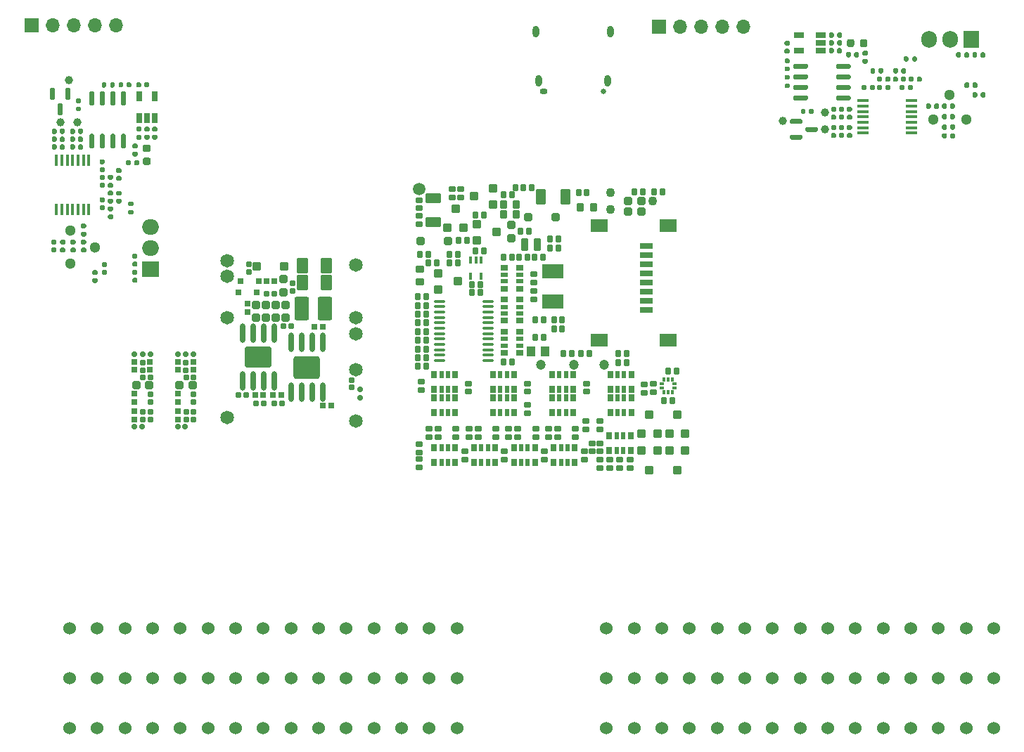
<source format=gbs>
G75*
G70*
%OFA0B0*%
%FSLAX25Y25*%
%IPPOS*%
%LPD*%
%AMOC8*
5,1,8,0,0,1.08239X$1,22.5*
%
%AMM10*
21,1,0.025200,0.019680,0.000000,0.000000,0.000000*
21,1,0.015750,0.029130,0.000000,0.000000,0.000000*
1,1,0.009450,0.007870,-0.009840*
1,1,0.009450,-0.007870,-0.009840*
1,1,0.009450,-0.007870,0.009840*
1,1,0.009450,0.007870,0.009840*
%
%AMM100*
21,1,0.038980,0.026770,-0.000000,0.000000,0.000000*
21,1,0.026770,0.038980,-0.000000,0.000000,0.000000*
1,1,0.012210,0.013390,-0.013390*
1,1,0.012210,-0.013390,-0.013390*
1,1,0.012210,-0.013390,0.013390*
1,1,0.012210,0.013390,0.013390*
%
%AMM101*
21,1,0.025200,0.019680,-0.000000,0.000000,90.000000*
21,1,0.015750,0.029130,-0.000000,0.000000,90.000000*
1,1,0.009450,0.009840,0.007870*
1,1,0.009450,0.009840,-0.007870*
1,1,0.009450,-0.009840,-0.007870*
1,1,0.009450,-0.009840,0.007870*
%
%AMM26*
21,1,0.041340,0.026770,0.000000,0.000000,0.000000*
21,1,0.029130,0.038980,0.000000,0.000000,0.000000*
1,1,0.012210,0.014570,-0.013390*
1,1,0.012210,-0.014570,-0.013390*
1,1,0.012210,-0.014570,0.013390*
1,1,0.012210,0.014570,0.013390*
%
%AMM27*
21,1,0.076380,0.036220,0.000000,0.000000,90.000000*
21,1,0.061810,0.050790,0.000000,0.000000,90.000000*
1,1,0.014570,0.018110,0.030910*
1,1,0.014570,0.018110,-0.030910*
1,1,0.014570,-0.018110,-0.030910*
1,1,0.014570,-0.018110,0.030910*
%
%AMM30*
21,1,0.029130,0.018900,0.000000,0.000000,90.000000*
21,1,0.018900,0.029130,0.000000,0.000000,90.000000*
1,1,0.010240,0.009450,0.009450*
1,1,0.010240,0.009450,-0.009450*
1,1,0.010240,-0.009450,-0.009450*
1,1,0.010240,-0.009450,0.009450*
%
%AMM34*
21,1,0.111810,0.050390,0.000000,0.000000,90.000000*
21,1,0.093700,0.068500,0.000000,0.000000,90.000000*
1,1,0.018110,0.025200,0.046850*
1,1,0.018110,0.025200,-0.046850*
1,1,0.018110,-0.025200,-0.046850*
1,1,0.018110,-0.025200,0.046850*
%
%AMM35*
21,1,0.127560,0.075590,0.000000,0.000000,180.000000*
21,1,0.103150,0.100000,0.000000,0.000000,180.000000*
1,1,0.024410,-0.051580,0.037800*
1,1,0.024410,0.051580,0.037800*
1,1,0.024410,0.051580,-0.037800*
1,1,0.024410,-0.051580,-0.037800*
%
%AMM36*
21,1,0.123620,0.083460,0.000000,0.000000,0.000000*
21,1,0.097240,0.109840,0.000000,0.000000,0.000000*
1,1,0.026380,0.048620,-0.041730*
1,1,0.026380,-0.048620,-0.041730*
1,1,0.026380,-0.048620,0.041730*
1,1,0.026380,0.048620,0.041730*
%
%AMM53*
21,1,0.029530,0.026380,0.000000,0.000000,270.000000*
21,1,0.020470,0.035430,0.000000,0.000000,270.000000*
1,1,0.009060,-0.013190,-0.010240*
1,1,0.009060,-0.013190,0.010240*
1,1,0.009060,0.013190,0.010240*
1,1,0.009060,0.013190,-0.010240*
%
%AMM54*
21,1,0.021650,0.027950,0.000000,0.000000,270.000000*
21,1,0.014170,0.035430,0.000000,0.000000,270.000000*
1,1,0.007480,-0.013980,-0.007090*
1,1,0.007480,-0.013980,0.007090*
1,1,0.007480,0.013980,0.007090*
1,1,0.007480,0.013980,-0.007090*
%
%AMM57*
21,1,0.031500,0.018900,0.000000,0.000000,90.000000*
21,1,0.022840,0.027560,0.000000,0.000000,90.000000*
1,1,0.008660,0.009450,0.011420*
1,1,0.008660,0.009450,-0.011420*
1,1,0.008660,-0.009450,-0.011420*
1,1,0.008660,-0.009450,0.011420*
%
%AMM59*
21,1,0.031500,0.018900,0.000000,0.000000,180.000000*
21,1,0.022840,0.027560,0.000000,0.000000,180.000000*
1,1,0.008660,-0.011420,0.009450*
1,1,0.008660,0.011420,0.009450*
1,1,0.008660,0.011420,-0.009450*
1,1,0.008660,-0.011420,-0.009450*
%
%AMM61*
21,1,0.039370,0.030320,0.000000,0.000000,270.000000*
21,1,0.028350,0.041340,0.000000,0.000000,270.000000*
1,1,0.011020,-0.015160,-0.014170*
1,1,0.011020,-0.015160,0.014170*
1,1,0.011020,0.015160,0.014170*
1,1,0.011020,0.015160,-0.014170*
%
%AMM64*
21,1,0.031500,0.030710,0.000000,0.000000,0.000000*
21,1,0.022050,0.040160,0.000000,0.000000,0.000000*
1,1,0.009450,0.011020,-0.015350*
1,1,0.009450,-0.011020,-0.015350*
1,1,0.009450,-0.011020,0.015350*
1,1,0.009450,0.011020,0.015350*
%
%AMM7*
21,1,0.029130,0.018900,0.000000,0.000000,180.000000*
21,1,0.018900,0.029130,0.000000,0.000000,180.000000*
1,1,0.010240,-0.009450,0.009450*
1,1,0.010240,0.009450,0.009450*
1,1,0.010240,0.009450,-0.009450*
1,1,0.010240,-0.009450,-0.009450*
%
%AMM79*
21,1,0.037400,0.026770,0.000000,0.000000,90.000000*
21,1,0.026770,0.037400,0.000000,0.000000,90.000000*
1,1,0.010630,0.013390,0.013390*
1,1,0.010630,0.013390,-0.013390*
1,1,0.010630,-0.013390,-0.013390*
1,1,0.010630,-0.013390,0.013390*
%
%AMM8*
21,1,0.025200,0.019680,0.000000,0.000000,270.000000*
21,1,0.015750,0.029130,0.000000,0.000000,270.000000*
1,1,0.009450,-0.009840,-0.007870*
1,1,0.009450,-0.009840,0.007870*
1,1,0.009450,0.009840,0.007870*
1,1,0.009450,0.009840,-0.007870*
%
%AMM80*
21,1,0.029530,0.026380,0.000000,0.000000,0.000000*
21,1,0.020470,0.035430,0.000000,0.000000,0.000000*
1,1,0.009060,0.010240,-0.013190*
1,1,0.009060,-0.010240,-0.013190*
1,1,0.009060,-0.010240,0.013190*
1,1,0.009060,0.010240,0.013190*
%
%AMM81*
21,1,0.021650,0.027950,0.000000,0.000000,0.000000*
21,1,0.014170,0.035430,0.000000,0.000000,0.000000*
1,1,0.007480,0.007090,-0.013980*
1,1,0.007480,-0.007090,-0.013980*
1,1,0.007480,-0.007090,0.013980*
1,1,0.007480,0.007090,0.013980*
%
%AMM82*
21,1,0.037400,0.026770,0.000000,0.000000,0.000000*
21,1,0.026770,0.037400,0.000000,0.000000,0.000000*
1,1,0.010630,0.013390,-0.013390*
1,1,0.010630,-0.013390,-0.013390*
1,1,0.010630,-0.013390,0.013390*
1,1,0.010630,0.013390,0.013390*
%
%AMM83*
21,1,0.082680,0.045670,0.000000,0.000000,180.000000*
21,1,0.067320,0.061020,0.000000,0.000000,180.000000*
1,1,0.015350,-0.033660,0.022840*
1,1,0.015350,0.033660,0.022840*
1,1,0.015350,0.033660,-0.022840*
1,1,0.015350,-0.033660,-0.022840*
%
%AMM84*
21,1,0.062990,0.020470,0.000000,0.000000,180.000000*
21,1,0.053940,0.029530,0.000000,0.000000,180.000000*
1,1,0.009060,-0.026970,0.010240*
1,1,0.009060,0.026970,0.010240*
1,1,0.009060,0.026970,-0.010240*
1,1,0.009060,-0.026970,-0.010240*
%
%AMM85*
21,1,0.039370,0.030320,0.000000,0.000000,180.000000*
21,1,0.028350,0.041340,0.000000,0.000000,180.000000*
1,1,0.011020,-0.014170,0.015160*
1,1,0.011020,0.014170,0.015160*
1,1,0.011020,0.014170,-0.015160*
1,1,0.011020,-0.014170,-0.015160*
%
%AMM86*
21,1,0.016540,0.028980,0.000000,0.000000,180.000000*
21,1,0.010080,0.035430,0.000000,0.000000,180.000000*
1,1,0.006460,-0.005040,0.014490*
1,1,0.006460,0.005040,0.014490*
1,1,0.006460,0.005040,-0.014490*
1,1,0.006460,-0.005040,-0.014490*
%
%AMM87*
21,1,0.074800,0.036220,0.000000,0.000000,0.000000*
21,1,0.061810,0.049210,0.000000,0.000000,0.000000*
1,1,0.012990,0.030910,-0.018110*
1,1,0.012990,-0.030910,-0.018110*
1,1,0.012990,-0.030910,0.018110*
1,1,0.012990,0.030910,0.018110*
%
%AMM88*
21,1,0.039760,0.026770,0.000000,0.000000,0.000000*
21,1,0.029130,0.037400,0.000000,0.000000,0.000000*
1,1,0.010630,0.014570,-0.013390*
1,1,0.010630,-0.014570,-0.013390*
1,1,0.010630,-0.014570,0.013390*
1,1,0.010630,0.014570,0.013390*
%
%AMM89*
21,1,0.031500,0.049610,0.000000,0.000000,0.000000*
21,1,0.022050,0.059060,0.000000,0.000000,0.000000*
1,1,0.009450,0.011020,-0.024800*
1,1,0.009450,-0.011020,-0.024800*
1,1,0.009450,-0.011020,0.024800*
1,1,0.009450,0.011020,0.024800*
%
%AMM9*
21,1,0.038980,0.026770,0.000000,0.000000,270.000000*
21,1,0.026770,0.038980,0.000000,0.000000,270.000000*
1,1,0.012210,-0.013390,-0.013390*
1,1,0.012210,-0.013390,0.013390*
1,1,0.012210,0.013390,0.013390*
1,1,0.012210,0.013390,-0.013390*
%
%AMM90*
21,1,0.074800,0.036220,0.000000,0.000000,90.000000*
21,1,0.061810,0.049210,0.000000,0.000000,90.000000*
1,1,0.012990,0.018110,0.030910*
1,1,0.012990,0.018110,-0.030910*
1,1,0.012990,-0.018110,-0.030910*
1,1,0.012990,-0.018110,0.030910*
%
%AMM91*
21,1,0.031500,0.030710,0.000000,0.000000,90.000000*
21,1,0.022050,0.040160,0.000000,0.000000,90.000000*
1,1,0.009450,0.015350,0.011020*
1,1,0.009450,0.015350,-0.011020*
1,1,0.009450,-0.015350,-0.011020*
1,1,0.009450,-0.015350,0.011020*
%
%AMM98*
21,1,0.029130,0.018900,-0.000000,0.000000,270.000000*
21,1,0.018900,0.029130,-0.000000,0.000000,270.000000*
1,1,0.010240,-0.009450,-0.009450*
1,1,0.010240,-0.009450,0.009450*
1,1,0.010240,0.009450,0.009450*
1,1,0.010240,0.009450,-0.009450*
%
%AMM99*
21,1,0.025200,0.019680,-0.000000,0.000000,0.000000*
21,1,0.015750,0.029130,-0.000000,0.000000,0.000000*
1,1,0.009450,0.007870,-0.009840*
1,1,0.009450,-0.007870,-0.009840*
1,1,0.009450,-0.007870,0.009840*
1,1,0.009450,0.007870,0.009840*
%
%ADD10C,0.02362*%
%ADD102C,0.02913*%
%ADD107M7*%
%ADD108M8*%
%ADD109M9*%
%ADD110M10*%
%ADD128M26*%
%ADD129M27*%
%ADD132M30*%
%ADD133C,0.06457*%
%ADD139M34*%
%ADD140O,0.02520X0.09213*%
%ADD141M35*%
%ADD142M36*%
%ADD169M53*%
%ADD170M54*%
%ADD177M57*%
%ADD181M59*%
%ADD183M61*%
%ADD187M64*%
%ADD193C,0.04294*%
%ADD212M79*%
%ADD213M80*%
%ADD214M81*%
%ADD215M82*%
%ADD216M83*%
%ADD217M84*%
%ADD218M85*%
%ADD219R,0.01772X0.01870*%
%ADD220M86*%
%ADD221O,0.05354X0.01378*%
%ADD222M87*%
%ADD223M88*%
%ADD224R,0.09843X0.07087*%
%ADD225R,0.01870X0.01772*%
%ADD226M89*%
%ADD227R,0.04331X0.04724*%
%ADD228M90*%
%ADD229M91*%
%ADD233R,0.07874X0.07500*%
%ADD234O,0.07874X0.07500*%
%ADD236R,0.01772X0.05709*%
%ADD237R,0.02559X0.04803*%
%ADD244M98*%
%ADD245M99*%
%ADD246M100*%
%ADD247M101*%
%ADD37O,0.03150X0.05512*%
%ADD40R,0.06693X0.06693*%
%ADD41O,0.06693X0.06693*%
%ADD49C,0.06000*%
%ADD52C,0.05906*%
%ADD64C,0.04724*%
%ADD68C,0.02559*%
%ADD69O,0.03740X0.02559*%
%ADD82C,0.05118*%
%ADD86R,0.07500X0.07874*%
%ADD87O,0.07500X0.07874*%
%ADD90C,0.03900*%
%ADD93R,0.05709X0.01772*%
%ADD94R,0.04803X0.02559*%
X0000000Y0000000D02*
%LPD*%
G01*
D10*
X0132283Y0208465D03*
X0136024Y0208465D03*
X0139764Y0208465D03*
X0135827Y0174213D03*
X0132283Y0174213D03*
D68*
X0333858Y0333228D03*
D69*
X0305512Y0333228D03*
D37*
X0337362Y0361575D03*
X0335945Y0338150D03*
X0303425Y0338150D03*
X0302008Y0361575D03*
D40*
X0062913Y0364567D03*
D41*
X0072913Y0364567D03*
X0082913Y0364567D03*
X0092913Y0364567D03*
X0102913Y0364567D03*
D49*
X0081024Y0031276D03*
X0094134Y0031276D03*
X0107244Y0031276D03*
X0120354Y0031276D03*
X0133465Y0031276D03*
X0146575Y0031276D03*
X0159685Y0031276D03*
X0172795Y0031276D03*
X0185906Y0031276D03*
X0199055Y0031276D03*
X0212126Y0031276D03*
X0225236Y0031276D03*
X0238346Y0031276D03*
X0251457Y0031276D03*
X0264567Y0031276D03*
X0081024Y0054898D03*
X0094134Y0054898D03*
X0107244Y0054898D03*
X0120354Y0054898D03*
X0133465Y0054898D03*
X0146575Y0054898D03*
X0159685Y0054898D03*
X0172795Y0054898D03*
X0185906Y0054898D03*
X0199016Y0054898D03*
X0212126Y0054898D03*
X0225236Y0054898D03*
X0238346Y0054898D03*
X0251457Y0054898D03*
X0264567Y0054898D03*
X0081024Y0078520D03*
X0094134Y0078520D03*
X0107244Y0078520D03*
X0120354Y0078520D03*
X0133465Y0078520D03*
X0146575Y0078520D03*
X0159685Y0078520D03*
X0172795Y0078520D03*
X0185906Y0078520D03*
X0199016Y0078520D03*
X0212126Y0078520D03*
X0225236Y0078520D03*
X0238346Y0078520D03*
X0251457Y0078520D03*
X0264567Y0078520D03*
X0335433Y0031276D03*
X0348543Y0031276D03*
X0361654Y0031276D03*
X0374764Y0031276D03*
X0387874Y0031276D03*
X0400984Y0031276D03*
X0414094Y0031276D03*
X0427205Y0031276D03*
X0440315Y0031276D03*
X0453425Y0031276D03*
X0466535Y0031276D03*
X0479646Y0031276D03*
X0492756Y0031276D03*
X0505866Y0031276D03*
X0518976Y0031276D03*
X0335433Y0054898D03*
X0348543Y0054898D03*
X0361654Y0054898D03*
X0374764Y0054898D03*
X0387874Y0054898D03*
X0400984Y0054898D03*
X0414094Y0054898D03*
X0427205Y0054898D03*
X0440315Y0054898D03*
X0453425Y0054898D03*
X0466535Y0054898D03*
X0479646Y0054898D03*
X0492756Y0054898D03*
X0505866Y0054898D03*
X0518976Y0054898D03*
X0335433Y0078520D03*
X0348543Y0078520D03*
X0361654Y0078520D03*
X0374764Y0078520D03*
X0387874Y0078520D03*
X0400984Y0078520D03*
X0414094Y0078520D03*
X0427205Y0078520D03*
X0440315Y0078520D03*
X0453425Y0078520D03*
X0466535Y0078520D03*
X0479646Y0078520D03*
X0492756Y0078520D03*
X0505866Y0078520D03*
X0518976Y0078520D03*
D40*
X0360315Y0363780D03*
D41*
X0370315Y0363780D03*
X0380315Y0363780D03*
X0390315Y0363780D03*
X0400315Y0363780D03*
D52*
X0216831Y0250886D03*
X0216831Y0225689D03*
X0216831Y0218209D03*
X0216831Y0201280D03*
D10*
X0218602Y0191831D03*
X0218602Y0187894D03*
D52*
X0216831Y0176673D03*
X0155807Y0252657D03*
X0155807Y0245374D03*
X0155807Y0225886D03*
X0155807Y0178445D03*
D10*
X0111811Y0208465D03*
X0115551Y0208465D03*
X0119291Y0208465D03*
X0115354Y0174213D03*
X0111811Y0174213D03*
X0414764Y0308169D02*
%LPD*%
G01*
D82*
X0505945Y0319783D03*
X0498071Y0331594D03*
X0490197Y0319783D03*
D90*
X0418937Y0318996D03*
X0438937Y0314996D03*
X0438937Y0322996D03*
D86*
X0508425Y0357874D03*
D87*
X0498425Y0357874D03*
X0488425Y0357874D03*
G36*
G01*
X0494469Y0315528D02*
X0494469Y0316886D01*
G75*
G02*
X0495049Y0317467I0000581J0000000D01*
G01*
X0496211Y0317467D01*
G75*
G02*
X0496792Y0316886I0000000J-000581D01*
G01*
X0496792Y0315528D01*
G75*
G02*
X0496211Y0314947I-000581J0000000D01*
G01*
X0495049Y0314947D01*
G75*
G02*
X0494469Y0315528I0000000J0000581D01*
G01*
G37*
G36*
G01*
X0498288Y0315528D02*
X0498288Y0316886D01*
G75*
G02*
X0498868Y0317467I0000581J0000000D01*
G01*
X0500030Y0317467D01*
G75*
G02*
X0500610Y0316886I0000000J-000581D01*
G01*
X0500610Y0315528D01*
G75*
G02*
X0500030Y0314947I-000581J0000000D01*
G01*
X0498868Y0314947D01*
G75*
G02*
X0498288Y0315528I0000000J0000581D01*
G01*
G37*
G36*
G01*
X0508937Y0330817D02*
X0508937Y0332175D01*
G75*
G02*
X0509518Y0332756I0000581J0000000D01*
G01*
X0510679Y0332756D01*
G75*
G02*
X0511260Y0332175I0000000J-000581D01*
G01*
X0511260Y0330817D01*
G75*
G02*
X0510679Y0330236I-000581J0000000D01*
G01*
X0509518Y0330236D01*
G75*
G02*
X0508937Y0330817I0000000J0000581D01*
G01*
G37*
G36*
G01*
X0512756Y0330817D02*
X0512756Y0332175D01*
G75*
G02*
X0513337Y0332756I0000581J0000000D01*
G01*
X0514498Y0332756D01*
G75*
G02*
X0515079Y0332175I0000000J-000581D01*
G01*
X0515079Y0330817D01*
G75*
G02*
X0514498Y0330236I-000581J0000000D01*
G01*
X0513337Y0330236D01*
G75*
G02*
X0512756Y0330817I0000000J0000581D01*
G01*
G37*
G36*
G01*
X0459055Y0357013D02*
X0459055Y0354995D01*
G75*
G02*
X0458194Y0354134I-000861J0000000D01*
G01*
X0456472Y0354134D01*
G75*
G02*
X0455610Y0354995I0000000J0000861D01*
G01*
X0455610Y0357013D01*
G75*
G02*
X0456472Y0357874I0000861J0000000D01*
G01*
X0458194Y0357874D01*
G75*
G02*
X0459055Y0357013I0000000J-000861D01*
G01*
G37*
G36*
G01*
X0452855Y0357013D02*
X0452855Y0354995D01*
G75*
G02*
X0451993Y0354134I-000861J0000000D01*
G01*
X0450271Y0354134D01*
G75*
G02*
X0449410Y0354995I0000000J0000861D01*
G01*
X0449410Y0357013D01*
G75*
G02*
X0450271Y0357874I0000861J0000000D01*
G01*
X0451993Y0357874D01*
G75*
G02*
X0452855Y0357013I0000000J-000861D01*
G01*
G37*
G36*
G01*
X0500610Y0312687D02*
X0500610Y0311328D01*
G75*
G02*
X0500030Y0310748I-000581J0000000D01*
G01*
X0498868Y0310748D01*
G75*
G02*
X0498288Y0311328I0000000J0000581D01*
G01*
X0498288Y0312687D01*
G75*
G02*
X0498868Y0313267I0000581J0000000D01*
G01*
X0500030Y0313267D01*
G75*
G02*
X0500610Y0312687I0000000J-000581D01*
G01*
G37*
G36*
G01*
X0496792Y0312687D02*
X0496792Y0311328D01*
G75*
G02*
X0496211Y0310748I-000581J0000000D01*
G01*
X0495049Y0310748D01*
G75*
G02*
X0494469Y0311328I0000000J0000581D01*
G01*
X0494469Y0312687D01*
G75*
G02*
X0495049Y0313267I0000581J0000000D01*
G01*
X0496211Y0313267D01*
G75*
G02*
X0496792Y0312687I0000000J-000581D01*
G01*
G37*
G36*
G01*
X0440909Y0351683D02*
X0440909Y0353041D01*
G75*
G02*
X0441489Y0353622I0000581J0000000D01*
G01*
X0442651Y0353622D01*
G75*
G02*
X0443231Y0353041I0000000J-000581D01*
G01*
X0443231Y0351683D01*
G75*
G02*
X0442651Y0351102I-000581J0000000D01*
G01*
X0441489Y0351102D01*
G75*
G02*
X0440909Y0351683I0000000J0000581D01*
G01*
G37*
G36*
G01*
X0444727Y0351683D02*
X0444727Y0353041D01*
G75*
G02*
X0445308Y0353622I0000581J0000000D01*
G01*
X0446470Y0353622D01*
G75*
G02*
X0447050Y0353041I0000000J-000581D01*
G01*
X0447050Y0351683D01*
G75*
G02*
X0446470Y0351102I-000581J0000000D01*
G01*
X0445308Y0351102D01*
G75*
G02*
X0444727Y0351683I0000000J0000581D01*
G01*
G37*
G36*
G01*
X0448996Y0349813D02*
X0448996Y0351171D01*
G75*
G02*
X0449577Y0351752I0000581J0000000D01*
G01*
X0450738Y0351752D01*
G75*
G02*
X0451319Y0351171I0000000J-000581D01*
G01*
X0451319Y0349813D01*
G75*
G02*
X0450738Y0349232I-000581J0000000D01*
G01*
X0449577Y0349232D01*
G75*
G02*
X0448996Y0349813I0000000J0000581D01*
G01*
G37*
G36*
G01*
X0452815Y0349813D02*
X0452815Y0351171D01*
G75*
G02*
X0453396Y0351752I0000581J0000000D01*
G01*
X0454557Y0351752D01*
G75*
G02*
X0455138Y0351171I0000000J-000581D01*
G01*
X0455138Y0349813D01*
G75*
G02*
X0454557Y0349232I-000581J0000000D01*
G01*
X0453396Y0349232D01*
G75*
G02*
X0452815Y0349813I0000000J0000581D01*
G01*
G37*
G36*
G01*
X0420384Y0357145D02*
X0421742Y0357145D01*
G75*
G02*
X0422323Y0356565I0000000J-000581D01*
G01*
X0422323Y0355403D01*
G75*
G02*
X0421742Y0354823I-000581J0000000D01*
G01*
X0420384Y0354823D01*
G75*
G02*
X0419803Y0355403I0000000J0000581D01*
G01*
X0419803Y0356565D01*
G75*
G02*
X0420384Y0357145I0000581J0000000D01*
G01*
G37*
G36*
G01*
X0420384Y0353326D02*
X0421742Y0353326D01*
G75*
G02*
X0422323Y0352746I0000000J-000581D01*
G01*
X0422323Y0351584D01*
G75*
G02*
X0421742Y0351004I-000581J0000000D01*
G01*
X0420384Y0351004D01*
G75*
G02*
X0419803Y0351584I0000000J0000581D01*
G01*
X0419803Y0352746D01*
G75*
G02*
X0420384Y0353326I0000581J0000000D01*
G01*
G37*
G36*
G01*
X0469902Y0339557D02*
X0469902Y0338199D01*
G75*
G02*
X0469321Y0337618I-000581J0000000D01*
G01*
X0468160Y0337618D01*
G75*
G02*
X0467579Y0338199I0000000J0000581D01*
G01*
X0467579Y0339557D01*
G75*
G02*
X0468160Y0340138I0000581J0000000D01*
G01*
X0469321Y0340138D01*
G75*
G02*
X0469902Y0339557I0000000J-000581D01*
G01*
G37*
G36*
G01*
X0466083Y0339557D02*
X0466083Y0338199D01*
G75*
G02*
X0465502Y0337618I-000581J0000000D01*
G01*
X0464341Y0337618D01*
G75*
G02*
X0463760Y0338199I0000000J0000581D01*
G01*
X0463760Y0339557D01*
G75*
G02*
X0464341Y0340138I0000581J0000000D01*
G01*
X0465502Y0340138D01*
G75*
G02*
X0466083Y0339557I0000000J-000581D01*
G01*
G37*
G36*
G01*
X0463760Y0334262D02*
X0463760Y0335620D01*
G75*
G02*
X0464341Y0336200I0000581J0000000D01*
G01*
X0465502Y0336200D01*
G75*
G02*
X0466083Y0335620I0000000J-000581D01*
G01*
X0466083Y0334262D01*
G75*
G02*
X0465502Y0333681I-000581J0000000D01*
G01*
X0464341Y0333681D01*
G75*
G02*
X0463760Y0334262I0000000J0000581D01*
G01*
G37*
G36*
G01*
X0467579Y0334262D02*
X0467579Y0335620D01*
G75*
G02*
X0468160Y0336200I0000581J0000000D01*
G01*
X0469321Y0336200D01*
G75*
G02*
X0469902Y0335620I0000000J-000581D01*
G01*
X0469902Y0334262D01*
G75*
G02*
X0469321Y0333681I-000581J0000000D01*
G01*
X0468160Y0333681D01*
G75*
G02*
X0467579Y0334262I0000000J0000581D01*
G01*
G37*
G36*
G01*
X0511240Y0336702D02*
X0511240Y0335344D01*
G75*
G02*
X0510660Y0334763I-000581J0000000D01*
G01*
X0509498Y0334763D01*
G75*
G02*
X0508918Y0335344I0000000J0000581D01*
G01*
X0508918Y0336702D01*
G75*
G02*
X0509498Y0337283I0000581J0000000D01*
G01*
X0510660Y0337283D01*
G75*
G02*
X0511240Y0336702I0000000J-000581D01*
G01*
G37*
G36*
G01*
X0507421Y0336702D02*
X0507421Y0335344D01*
G75*
G02*
X0506841Y0334763I-000581J0000000D01*
G01*
X0505679Y0334763D01*
G75*
G02*
X0505099Y0335344I0000000J0000581D01*
G01*
X0505099Y0336702D01*
G75*
G02*
X0505679Y0337283I0000581J0000000D01*
G01*
X0506841Y0337283D01*
G75*
G02*
X0507421Y0336702I0000000J-000581D01*
G01*
G37*
D93*
X0456890Y0313287D03*
X0456890Y0315846D03*
X0456890Y0318405D03*
X0456890Y0320964D03*
X0456890Y0323523D03*
X0456890Y0326082D03*
X0456890Y0328641D03*
X0480118Y0328641D03*
X0480118Y0326082D03*
X0480118Y0323523D03*
X0480118Y0320964D03*
X0480118Y0318405D03*
X0480118Y0315846D03*
X0480118Y0313287D03*
G36*
G01*
X0447067Y0356781D02*
X0447067Y0355423D01*
G75*
G02*
X0446486Y0354842I-000581J0000000D01*
G01*
X0445325Y0354842D01*
G75*
G02*
X0444744Y0355423I0000000J0000581D01*
G01*
X0444744Y0356781D01*
G75*
G02*
X0445325Y0357362I0000581J0000000D01*
G01*
X0446486Y0357362D01*
G75*
G02*
X0447067Y0356781I0000000J-000581D01*
G01*
G37*
G36*
G01*
X0443248Y0356781D02*
X0443248Y0355423D01*
G75*
G02*
X0442668Y0354842I-000581J0000000D01*
G01*
X0441506Y0354842D01*
G75*
G02*
X0440925Y0355423I0000000J0000581D01*
G01*
X0440925Y0356781D01*
G75*
G02*
X0441506Y0357362I0000581J0000000D01*
G01*
X0442668Y0357362D01*
G75*
G02*
X0443248Y0356781I0000000J-000581D01*
G01*
G37*
G36*
G01*
X0440925Y0359163D02*
X0440925Y0360521D01*
G75*
G02*
X0441506Y0361102I0000581J0000000D01*
G01*
X0442668Y0361102D01*
G75*
G02*
X0443248Y0360521I0000000J-000581D01*
G01*
X0443248Y0359163D01*
G75*
G02*
X0442668Y0358582I-000581J0000000D01*
G01*
X0441506Y0358582D01*
G75*
G02*
X0440925Y0359163I0000000J0000581D01*
G01*
G37*
G36*
G01*
X0444744Y0359163D02*
X0444744Y0360521D01*
G75*
G02*
X0445325Y0361102I0000581J0000000D01*
G01*
X0446486Y0361102D01*
G75*
G02*
X0447067Y0360521I0000000J-000581D01*
G01*
X0447067Y0359163D01*
G75*
G02*
X0446486Y0358582I-000581J0000000D01*
G01*
X0445325Y0358582D01*
G75*
G02*
X0444744Y0359163I0000000J0000581D01*
G01*
G37*
G36*
G01*
X0501162Y0349714D02*
X0501162Y0351073D01*
G75*
G02*
X0501742Y0351653I0000581J0000000D01*
G01*
X0502904Y0351653D01*
G75*
G02*
X0503484Y0351073I0000000J-000581D01*
G01*
X0503484Y0349714D01*
G75*
G02*
X0502904Y0349134I-000581J0000000D01*
G01*
X0501742Y0349134D01*
G75*
G02*
X0501162Y0349714I0000000J0000581D01*
G01*
G37*
G36*
G01*
X0504981Y0349714D02*
X0504981Y0351073D01*
G75*
G02*
X0505561Y0351653I0000581J0000000D01*
G01*
X0506723Y0351653D01*
G75*
G02*
X0507303Y0351073I0000000J-000581D01*
G01*
X0507303Y0349714D01*
G75*
G02*
X0506723Y0349134I-000581J0000000D01*
G01*
X0505561Y0349134D01*
G75*
G02*
X0504981Y0349714I0000000J0000581D01*
G01*
G37*
G36*
G01*
X0494469Y0320416D02*
X0494469Y0321775D01*
G75*
G02*
X0495049Y0322355I0000581J0000000D01*
G01*
X0496211Y0322355D01*
G75*
G02*
X0496792Y0321775I0000000J-000581D01*
G01*
X0496792Y0320416D01*
G75*
G02*
X0496211Y0319836I-000581J0000000D01*
G01*
X0495049Y0319836D01*
G75*
G02*
X0494469Y0320416I0000000J0000581D01*
G01*
G37*
G36*
G01*
X0498288Y0320416D02*
X0498288Y0321775D01*
G75*
G02*
X0498868Y0322355I0000581J0000000D01*
G01*
X0500030Y0322355D01*
G75*
G02*
X0500610Y0321775I0000000J-000581D01*
G01*
X0500610Y0320416D01*
G75*
G02*
X0500030Y0319836I-000581J0000000D01*
G01*
X0498868Y0319836D01*
G75*
G02*
X0498288Y0320416I0000000J0000581D01*
G01*
G37*
G36*
G01*
X0466654Y0343494D02*
X0466654Y0342136D01*
G75*
G02*
X0466073Y0341555I-000581J0000000D01*
G01*
X0464912Y0341555D01*
G75*
G02*
X0464331Y0342136I0000000J0000581D01*
G01*
X0464331Y0343494D01*
G75*
G02*
X0464912Y0344075I0000581J0000000D01*
G01*
X0466073Y0344075D01*
G75*
G02*
X0466654Y0343494I0000000J-000581D01*
G01*
G37*
G36*
G01*
X0462835Y0343494D02*
X0462835Y0342136D01*
G75*
G02*
X0462254Y0341555I-000581J0000000D01*
G01*
X0461093Y0341555D01*
G75*
G02*
X0460512Y0342136I0000000J0000581D01*
G01*
X0460512Y0343494D01*
G75*
G02*
X0461093Y0344075I0000581J0000000D01*
G01*
X0462254Y0344075D01*
G75*
G02*
X0462835Y0343494I0000000J-000581D01*
G01*
G37*
G36*
G01*
X0514981Y0351073D02*
X0514981Y0349714D01*
G75*
G02*
X0514400Y0349134I-000581J0000000D01*
G01*
X0513238Y0349134D01*
G75*
G02*
X0512658Y0349714I0000000J0000581D01*
G01*
X0512658Y0351073D01*
G75*
G02*
X0513238Y0351653I0000581J0000000D01*
G01*
X0514400Y0351653D01*
G75*
G02*
X0514981Y0351073I0000000J-000581D01*
G01*
G37*
G36*
G01*
X0511162Y0351073D02*
X0511162Y0349714D01*
G75*
G02*
X0510581Y0349134I-000581J0000000D01*
G01*
X0509420Y0349134D01*
G75*
G02*
X0508839Y0349714I0000000J0000581D01*
G01*
X0508839Y0351073D01*
G75*
G02*
X0509420Y0351653I0000581J0000000D01*
G01*
X0510581Y0351653D01*
G75*
G02*
X0511162Y0351073I0000000J-000581D01*
G01*
G37*
G36*
G01*
X0462520Y0335620D02*
X0462520Y0334262D01*
G75*
G02*
X0461939Y0333681I-000581J0000000D01*
G01*
X0460778Y0333681D01*
G75*
G02*
X0460197Y0334262I0000000J0000581D01*
G01*
X0460197Y0335620D01*
G75*
G02*
X0460778Y0336200I0000581J0000000D01*
G01*
X0461939Y0336200D01*
G75*
G02*
X0462520Y0335620I0000000J-000581D01*
G01*
G37*
G36*
G01*
X0458701Y0335620D02*
X0458701Y0334262D01*
G75*
G02*
X0458120Y0333681I-000581J0000000D01*
G01*
X0456959Y0333681D01*
G75*
G02*
X0456378Y0334262I0000000J0000581D01*
G01*
X0456378Y0335620D01*
G75*
G02*
X0456959Y0336200I0000581J0000000D01*
G01*
X0458120Y0336200D01*
G75*
G02*
X0458701Y0335620I0000000J-000581D01*
G01*
G37*
G36*
G01*
X0451270Y0311004D02*
X0449912Y0311004D01*
G75*
G02*
X0449331Y0311584I0000000J0000581D01*
G01*
X0449331Y0312746D01*
G75*
G02*
X0449912Y0313326I0000581J0000000D01*
G01*
X0451270Y0313326D01*
G75*
G02*
X0451851Y0312746I0000000J-000581D01*
G01*
X0451851Y0311584D01*
G75*
G02*
X0451270Y0311004I-000581J0000000D01*
G01*
G37*
G36*
G01*
X0451270Y0314823D02*
X0449912Y0314823D01*
G75*
G02*
X0449331Y0315403I0000000J0000581D01*
G01*
X0449331Y0316565D01*
G75*
G02*
X0449912Y0317145I0000581J0000000D01*
G01*
X0451270Y0317145D01*
G75*
G02*
X0451851Y0316565I0000000J-000581D01*
G01*
X0451851Y0315403D01*
G75*
G02*
X0451270Y0314823I-000581J0000000D01*
G01*
G37*
G36*
G01*
X0477382Y0339557D02*
X0477382Y0338199D01*
G75*
G02*
X0476801Y0337618I-000581J0000000D01*
G01*
X0475640Y0337618D01*
G75*
G02*
X0475059Y0338199I0000000J0000581D01*
G01*
X0475059Y0339557D01*
G75*
G02*
X0475640Y0340138I0000581J0000000D01*
G01*
X0476801Y0340138D01*
G75*
G02*
X0477382Y0339557I0000000J-000581D01*
G01*
G37*
G36*
G01*
X0473563Y0339557D02*
X0473563Y0338199D01*
G75*
G02*
X0472983Y0337618I-000581J0000000D01*
G01*
X0471821Y0337618D01*
G75*
G02*
X0471240Y0338199I0000000J0000581D01*
G01*
X0471240Y0339557D01*
G75*
G02*
X0471821Y0340138I0000581J0000000D01*
G01*
X0472983Y0340138D01*
G75*
G02*
X0473563Y0339557I0000000J-000581D01*
G01*
G37*
G36*
G01*
X0478721Y0338199D02*
X0478721Y0339557D01*
G75*
G02*
X0479301Y0340138I0000581J0000000D01*
G01*
X0480463Y0340138D01*
G75*
G02*
X0481044Y0339557I0000000J-000581D01*
G01*
X0481044Y0338199D01*
G75*
G02*
X0480463Y0337618I-000581J0000000D01*
G01*
X0479301Y0337618D01*
G75*
G02*
X0478721Y0338199I0000000J0000581D01*
G01*
G37*
G36*
G01*
X0482540Y0338199D02*
X0482540Y0339557D01*
G75*
G02*
X0483120Y0340138I0000581J0000000D01*
G01*
X0484282Y0340138D01*
G75*
G02*
X0484862Y0339557I0000000J-000581D01*
G01*
X0484862Y0338199D01*
G75*
G02*
X0484282Y0337618I-000581J0000000D01*
G01*
X0483120Y0337618D01*
G75*
G02*
X0482540Y0338199I0000000J0000581D01*
G01*
G37*
G36*
G01*
X0447530Y0311004D02*
X0446171Y0311004D01*
G75*
G02*
X0445591Y0311584I0000000J0000581D01*
G01*
X0445591Y0312746D01*
G75*
G02*
X0446171Y0313326I0000581J0000000D01*
G01*
X0447530Y0313326D01*
G75*
G02*
X0448110Y0312746I0000000J-000581D01*
G01*
X0448110Y0311584D01*
G75*
G02*
X0447530Y0311004I-000581J0000000D01*
G01*
G37*
G36*
G01*
X0447530Y0314823D02*
X0446171Y0314823D01*
G75*
G02*
X0445591Y0315403I0000000J0000581D01*
G01*
X0445591Y0316565D01*
G75*
G02*
X0446171Y0317145I0000581J0000000D01*
G01*
X0447530Y0317145D01*
G75*
G02*
X0448110Y0316565I0000000J-000581D01*
G01*
X0448110Y0315403D01*
G75*
G02*
X0447530Y0314823I-000581J0000000D01*
G01*
G37*
D94*
X0436851Y0359842D03*
X0436851Y0356102D03*
X0436851Y0352362D03*
X0426536Y0352362D03*
X0426536Y0359842D03*
G36*
G01*
X0471339Y0342136D02*
X0471339Y0343494D01*
G75*
G02*
X0471920Y0344075I0000581J0000000D01*
G01*
X0473081Y0344075D01*
G75*
G02*
X0473662Y0343494I0000000J-000581D01*
G01*
X0473662Y0342136D01*
G75*
G02*
X0473081Y0341555I-000581J0000000D01*
G01*
X0471920Y0341555D01*
G75*
G02*
X0471339Y0342136I0000000J0000581D01*
G01*
G37*
G36*
G01*
X0475158Y0342136D02*
X0475158Y0343494D01*
G75*
G02*
X0475738Y0344075I0000581J0000000D01*
G01*
X0476900Y0344075D01*
G75*
G02*
X0477481Y0343494I0000000J-000581D01*
G01*
X0477481Y0342136D01*
G75*
G02*
X0476900Y0341555I-000581J0000000D01*
G01*
X0475738Y0341555D01*
G75*
G02*
X0475158Y0342136I0000000J0000581D01*
G01*
G37*
G36*
G01*
X0458750Y0346240D02*
X0457392Y0346240D01*
G75*
G02*
X0456811Y0346821I0000000J0000581D01*
G01*
X0456811Y0347982D01*
G75*
G02*
X0457392Y0348563I0000581J0000000D01*
G01*
X0458750Y0348563D01*
G75*
G02*
X0459331Y0347982I0000000J-000581D01*
G01*
X0459331Y0346821D01*
G75*
G02*
X0458750Y0346240I-000581J0000000D01*
G01*
G37*
G36*
G01*
X0458750Y0350059D02*
X0457392Y0350059D01*
G75*
G02*
X0456811Y0350639I0000000J0000581D01*
G01*
X0456811Y0351801D01*
G75*
G02*
X0457392Y0352382I0000581J0000000D01*
G01*
X0458750Y0352382D01*
G75*
G02*
X0459331Y0351801I0000000J-000581D01*
G01*
X0459331Y0350639D01*
G75*
G02*
X0458750Y0350059I-000581J0000000D01*
G01*
G37*
G36*
G01*
X0449912Y0325807D02*
X0451270Y0325807D01*
G75*
G02*
X0451851Y0325226I0000000J-000581D01*
G01*
X0451851Y0324065D01*
G75*
G02*
X0451270Y0323484I-000581J0000000D01*
G01*
X0449912Y0323484D01*
G75*
G02*
X0449331Y0324065I0000000J0000581D01*
G01*
X0449331Y0325226D01*
G75*
G02*
X0449912Y0325807I0000581J0000000D01*
G01*
G37*
G36*
G01*
X0449912Y0321988D02*
X0451270Y0321988D01*
G75*
G02*
X0451851Y0321407I0000000J-000581D01*
G01*
X0451851Y0320246D01*
G75*
G02*
X0451270Y0319665I-000581J0000000D01*
G01*
X0449912Y0319665D01*
G75*
G02*
X0449331Y0320246I0000000J0000581D01*
G01*
X0449331Y0321407D01*
G75*
G02*
X0449912Y0321988I0000581J0000000D01*
G01*
G37*
G36*
G01*
X0493032Y0326762D02*
X0493032Y0325403D01*
G75*
G02*
X0492451Y0324823I-000581J0000000D01*
G01*
X0491290Y0324823D01*
G75*
G02*
X0490709Y0325403I0000000J0000581D01*
G01*
X0490709Y0326762D01*
G75*
G02*
X0491290Y0327342I0000581J0000000D01*
G01*
X0492451Y0327342D01*
G75*
G02*
X0493032Y0326762I0000000J-000581D01*
G01*
G37*
G36*
G01*
X0489213Y0326762D02*
X0489213Y0325403D01*
G75*
G02*
X0488632Y0324823I-000581J0000000D01*
G01*
X0487471Y0324823D01*
G75*
G02*
X0486890Y0325403I0000000J0000581D01*
G01*
X0486890Y0326762D01*
G75*
G02*
X0487471Y0327342I0000581J0000000D01*
G01*
X0488632Y0327342D01*
G75*
G02*
X0489213Y0326762I0000000J-000581D01*
G01*
G37*
G36*
G01*
X0500610Y0326762D02*
X0500610Y0325403D01*
G75*
G02*
X0500030Y0324823I-000581J0000000D01*
G01*
X0498868Y0324823D01*
G75*
G02*
X0498288Y0325403I0000000J0000581D01*
G01*
X0498288Y0326762D01*
G75*
G02*
X0498868Y0327342I0000581J0000000D01*
G01*
X0500030Y0327342D01*
G75*
G02*
X0500610Y0326762I0000000J-000581D01*
G01*
G37*
G36*
G01*
X0496792Y0326762D02*
X0496792Y0325403D01*
G75*
G02*
X0496211Y0324823I-000581J0000000D01*
G01*
X0495049Y0324823D01*
G75*
G02*
X0494469Y0325403I0000000J0000581D01*
G01*
X0494469Y0326762D01*
G75*
G02*
X0495049Y0327342I0000581J0000000D01*
G01*
X0496211Y0327342D01*
G75*
G02*
X0496792Y0326762I0000000J-000581D01*
G01*
G37*
G36*
G01*
X0446171Y0325807D02*
X0447530Y0325807D01*
G75*
G02*
X0448110Y0325226I0000000J-000581D01*
G01*
X0448110Y0324065D01*
G75*
G02*
X0447530Y0323484I-000581J0000000D01*
G01*
X0446171Y0323484D01*
G75*
G02*
X0445591Y0324065I0000000J0000581D01*
G01*
X0445591Y0325226D01*
G75*
G02*
X0446171Y0325807I0000581J0000000D01*
G01*
G37*
G36*
G01*
X0446171Y0321988D02*
X0447530Y0321988D01*
G75*
G02*
X0448110Y0321407I0000000J-000581D01*
G01*
X0448110Y0320246D01*
G75*
G02*
X0447530Y0319665I-000581J0000000D01*
G01*
X0446171Y0319665D01*
G75*
G02*
X0445591Y0320246I0000000J0000581D01*
G01*
X0445591Y0321407D01*
G75*
G02*
X0446171Y0321988I0000581J0000000D01*
G01*
G37*
G36*
G01*
X0480532Y0335620D02*
X0480532Y0334262D01*
G75*
G02*
X0479951Y0333681I-000581J0000000D01*
G01*
X0478790Y0333681D01*
G75*
G02*
X0478209Y0334262I0000000J0000581D01*
G01*
X0478209Y0335620D01*
G75*
G02*
X0478790Y0336200I0000581J0000000D01*
G01*
X0479951Y0336200D01*
G75*
G02*
X0480532Y0335620I0000000J-000581D01*
G01*
G37*
G36*
G01*
X0476713Y0335620D02*
X0476713Y0334262D01*
G75*
G02*
X0476132Y0333681I-000581J0000000D01*
G01*
X0474971Y0333681D01*
G75*
G02*
X0474390Y0334262I0000000J0000581D01*
G01*
X0474390Y0335620D01*
G75*
G02*
X0474971Y0336200I0000581J0000000D01*
G01*
X0476132Y0336200D01*
G75*
G02*
X0476713Y0335620I0000000J-000581D01*
G01*
G37*
G36*
G01*
X0442431Y0325807D02*
X0443790Y0325807D01*
G75*
G02*
X0444370Y0325226I0000000J-000581D01*
G01*
X0444370Y0324065D01*
G75*
G02*
X0443790Y0323484I-000581J0000000D01*
G01*
X0442431Y0323484D01*
G75*
G02*
X0441851Y0324065I0000000J0000581D01*
G01*
X0441851Y0325226D01*
G75*
G02*
X0442431Y0325807I0000581J0000000D01*
G01*
G37*
G36*
G01*
X0442431Y0321988D02*
X0443790Y0321988D01*
G75*
G02*
X0444370Y0321407I0000000J-000581D01*
G01*
X0444370Y0320246D01*
G75*
G02*
X0443790Y0319665I-000581J0000000D01*
G01*
X0442431Y0319665D01*
G75*
G02*
X0441851Y0320246I0000000J0000581D01*
G01*
X0441851Y0321407D01*
G75*
G02*
X0442431Y0321988I0000581J0000000D01*
G01*
G37*
G36*
G01*
X0442431Y0317145D02*
X0443790Y0317145D01*
G75*
G02*
X0444370Y0316565I0000000J-000581D01*
G01*
X0444370Y0315403D01*
G75*
G02*
X0443790Y0314823I-000581J0000000D01*
G01*
X0442431Y0314823D01*
G75*
G02*
X0441851Y0315403I0000000J0000581D01*
G01*
X0441851Y0316565D01*
G75*
G02*
X0442431Y0317145I0000581J0000000D01*
G01*
G37*
G36*
G01*
X0442431Y0313326D02*
X0443790Y0313326D01*
G75*
G02*
X0444370Y0312746I0000000J-000581D01*
G01*
X0444370Y0311584D01*
G75*
G02*
X0443790Y0311004I-000581J0000000D01*
G01*
X0442431Y0311004D01*
G75*
G02*
X0441851Y0311584I0000000J0000581D01*
G01*
X0441851Y0312746D01*
G75*
G02*
X0442431Y0313326I0000581J0000000D01*
G01*
G37*
G36*
G01*
X0427618Y0322952D02*
X0427618Y0324291D01*
G75*
G02*
X0428169Y0324842I0000551J0000000D01*
G01*
X0429272Y0324842D01*
G75*
G02*
X0429823Y0324291I0000000J-000551D01*
G01*
X0429823Y0322952D01*
G75*
G02*
X0429272Y0322401I-000551J0000000D01*
G01*
X0428169Y0322401D01*
G75*
G02*
X0427618Y0322952I0000000J0000551D01*
G01*
G37*
G36*
G01*
X0431398Y0322952D02*
X0431398Y0324291D01*
G75*
G02*
X0431949Y0324842I0000551J0000000D01*
G01*
X0433051Y0324842D01*
G75*
G02*
X0433602Y0324291I0000000J-000551D01*
G01*
X0433602Y0322952D01*
G75*
G02*
X0433051Y0322401I-000551J0000000D01*
G01*
X0431949Y0322401D01*
G75*
G02*
X0431398Y0322952I0000000J0000551D01*
G01*
G37*
G36*
G01*
X0482559Y0349212D02*
X0482559Y0347756D01*
G75*
G02*
X0482028Y0347224I-000531J0000000D01*
G01*
X0480965Y0347224D01*
G75*
G02*
X0480433Y0347756I0000000J0000531D01*
G01*
X0480433Y0349212D01*
G75*
G02*
X0480965Y0349744I0000531J0000000D01*
G01*
X0482028Y0349744D01*
G75*
G02*
X0482559Y0349212I0000000J-000531D01*
G01*
G37*
G36*
G01*
X0478544Y0349212D02*
X0478544Y0347756D01*
G75*
G02*
X0478012Y0347224I-000531J0000000D01*
G01*
X0476949Y0347224D01*
G75*
G02*
X0476418Y0347756I0000000J0000531D01*
G01*
X0476418Y0349212D01*
G75*
G02*
X0476949Y0349744I0000531J0000000D01*
G01*
X0478012Y0349744D01*
G75*
G02*
X0478544Y0349212I0000000J-000531D01*
G01*
G37*
G36*
G01*
X0421831Y0334679D02*
X0420374Y0334679D01*
G75*
G02*
X0419843Y0335211I0000000J0000531D01*
G01*
X0419843Y0336274D01*
G75*
G02*
X0420374Y0336805I0000531J0000000D01*
G01*
X0421831Y0336805D01*
G75*
G02*
X0422362Y0336274I0000000J-000531D01*
G01*
X0422362Y0335211D01*
G75*
G02*
X0421831Y0334679I-000531J0000000D01*
G01*
G37*
G36*
G01*
X0421831Y0338695D02*
X0420374Y0338695D01*
G75*
G02*
X0419843Y0339227I0000000J0000531D01*
G01*
X0419843Y0340290D01*
G75*
G02*
X0420374Y0340821I0000531J0000000D01*
G01*
X0421831Y0340821D01*
G75*
G02*
X0422362Y0340290I0000000J-000531D01*
G01*
X0422362Y0339227D01*
G75*
G02*
X0421831Y0338695I-000531J0000000D01*
G01*
G37*
G36*
G01*
X0422441Y0310728D02*
X0422441Y0311909D01*
G75*
G02*
X0423032Y0312500I0000591J0000000D01*
G01*
X0427658Y0312500D01*
G75*
G02*
X0428248Y0311909I0000000J-000591D01*
G01*
X0428248Y0310728D01*
G75*
G02*
X0427658Y0310138I-000591J0000000D01*
G01*
X0423032Y0310138D01*
G75*
G02*
X0422441Y0310728I0000000J0000591D01*
G01*
G37*
G36*
G01*
X0422441Y0318208D02*
X0422441Y0319389D01*
G75*
G02*
X0423032Y0319980I0000591J0000000D01*
G01*
X0427658Y0319980D01*
G75*
G02*
X0428248Y0319389I0000000J-000591D01*
G01*
X0428248Y0318208D01*
G75*
G02*
X0427658Y0317618I-000591J0000000D01*
G01*
X0423032Y0317618D01*
G75*
G02*
X0422441Y0318208I0000000J0000591D01*
G01*
G37*
G36*
G01*
X0429823Y0314468D02*
X0429823Y0315649D01*
G75*
G02*
X0430414Y0316240I0000591J0000000D01*
G01*
X0435040Y0316240D01*
G75*
G02*
X0435630Y0315649I0000000J-000591D01*
G01*
X0435630Y0314468D01*
G75*
G02*
X0435040Y0313878I-000591J0000000D01*
G01*
X0430414Y0313878D01*
G75*
G02*
X0429823Y0314468I0000000J0000591D01*
G01*
G37*
G36*
G01*
X0420394Y0348660D02*
X0421733Y0348660D01*
G75*
G02*
X0422284Y0348108I0000000J-000551D01*
G01*
X0422284Y0347006D01*
G75*
G02*
X0421733Y0346455I-000551J0000000D01*
G01*
X0420394Y0346455D01*
G75*
G02*
X0419843Y0347006I0000000J0000551D01*
G01*
X0419843Y0348108D01*
G75*
G02*
X0420394Y0348660I0000551J0000000D01*
G01*
G37*
G36*
G01*
X0420394Y0344880D02*
X0421733Y0344880D01*
G75*
G02*
X0422284Y0344329I0000000J-000551D01*
G01*
X0422284Y0343227D01*
G75*
G02*
X0421733Y0342675I-000551J0000000D01*
G01*
X0420394Y0342675D01*
G75*
G02*
X0419843Y0343227I0000000J0000551D01*
G01*
X0419843Y0344329D01*
G75*
G02*
X0420394Y0344880I0000551J0000000D01*
G01*
G37*
G36*
G01*
X0451181Y0345589D02*
X0451181Y0344408D01*
G75*
G02*
X0450591Y0343817I-000591J0000000D01*
G01*
X0444882Y0343817D01*
G75*
G02*
X0444292Y0344408I0000000J0000591D01*
G01*
X0444292Y0345589D01*
G75*
G02*
X0444882Y0346179I0000591J0000000D01*
G01*
X0450591Y0346179D01*
G75*
G02*
X0451181Y0345589I0000000J-000591D01*
G01*
G37*
G36*
G01*
X0451181Y0340589D02*
X0451181Y0339408D01*
G75*
G02*
X0450591Y0338817I-000591J0000000D01*
G01*
X0444882Y0338817D01*
G75*
G02*
X0444292Y0339408I0000000J0000591D01*
G01*
X0444292Y0340589D01*
G75*
G02*
X0444882Y0341179I0000591J0000000D01*
G01*
X0450591Y0341179D01*
G75*
G02*
X0451181Y0340589I0000000J-000591D01*
G01*
G37*
G36*
G01*
X0451181Y0335589D02*
X0451181Y0334408D01*
G75*
G02*
X0450591Y0333817I-000591J0000000D01*
G01*
X0444882Y0333817D01*
G75*
G02*
X0444292Y0334408I0000000J0000591D01*
G01*
X0444292Y0335589D01*
G75*
G02*
X0444882Y0336179I0000591J0000000D01*
G01*
X0450591Y0336179D01*
G75*
G02*
X0451181Y0335589I0000000J-000591D01*
G01*
G37*
G36*
G01*
X0451181Y0330589D02*
X0451181Y0329408D01*
G75*
G02*
X0450591Y0328817I-000591J0000000D01*
G01*
X0444882Y0328817D01*
G75*
G02*
X0444292Y0329408I0000000J0000591D01*
G01*
X0444292Y0330589D01*
G75*
G02*
X0444882Y0331179I0000591J0000000D01*
G01*
X0450591Y0331179D01*
G75*
G02*
X0451181Y0330589I0000000J-000591D01*
G01*
G37*
G36*
G01*
X0430906Y0330589D02*
X0430906Y0329408D01*
G75*
G02*
X0430315Y0328817I-000591J0000000D01*
G01*
X0424607Y0328817D01*
G75*
G02*
X0424016Y0329408I0000000J0000591D01*
G01*
X0424016Y0330589D01*
G75*
G02*
X0424607Y0331179I0000591J0000000D01*
G01*
X0430315Y0331179D01*
G75*
G02*
X0430906Y0330589I0000000J-000591D01*
G01*
G37*
G36*
G01*
X0430906Y0335589D02*
X0430906Y0334408D01*
G75*
G02*
X0430315Y0333817I-000591J0000000D01*
G01*
X0424607Y0333817D01*
G75*
G02*
X0424016Y0334408I0000000J0000591D01*
G01*
X0424016Y0335589D01*
G75*
G02*
X0424607Y0336179I0000591J0000000D01*
G01*
X0430315Y0336179D01*
G75*
G02*
X0430906Y0335589I0000000J-000591D01*
G01*
G37*
G36*
G01*
X0430906Y0340589D02*
X0430906Y0339408D01*
G75*
G02*
X0430315Y0338817I-000591J0000000D01*
G01*
X0424607Y0338817D01*
G75*
G02*
X0424016Y0339408I0000000J0000591D01*
G01*
X0424016Y0340589D01*
G75*
G02*
X0424607Y0341179I0000591J0000000D01*
G01*
X0430315Y0341179D01*
G75*
G02*
X0430906Y0340589I0000000J-000591D01*
G01*
G37*
G36*
G01*
X0430906Y0345589D02*
X0430906Y0344408D01*
G75*
G02*
X0430315Y0343817I-000591J0000000D01*
G01*
X0424607Y0343817D01*
G75*
G02*
X0424016Y0344408I0000000J0000591D01*
G01*
X0424016Y0345589D01*
G75*
G02*
X0424607Y0346179I0000591J0000000D01*
G01*
X0430315Y0346179D01*
G75*
G02*
X0430906Y0345589I0000000J-000591D01*
G01*
G37*
X0069685Y0342520D02*
%LPD*%
G01*
D82*
X0081299Y0251339D03*
X0093110Y0259213D03*
X0081299Y0267087D03*
D90*
X0080512Y0338347D03*
X0076512Y0318347D03*
X0084512Y0318347D03*
D233*
X0119390Y0248859D03*
D234*
X0119390Y0258859D03*
X0119390Y0268859D03*
G36*
G01*
X0077044Y0262815D02*
X0078402Y0262815D01*
G75*
G02*
X0078983Y0262235I0000000J-000581D01*
G01*
X0078983Y0261073D01*
G75*
G02*
X0078402Y0260492I-000581J0000000D01*
G01*
X0077044Y0260492D01*
G75*
G02*
X0076463Y0261073I0000000J0000581D01*
G01*
X0076463Y0262235D01*
G75*
G02*
X0077044Y0262815I0000581J0000000D01*
G01*
G37*
G36*
G01*
X0077044Y0258996D02*
X0078402Y0258996D01*
G75*
G02*
X0078983Y0258416I0000000J-000581D01*
G01*
X0078983Y0257254D01*
G75*
G02*
X0078402Y0256674I-000581J0000000D01*
G01*
X0077044Y0256674D01*
G75*
G02*
X0076463Y0257254I0000000J0000581D01*
G01*
X0076463Y0258416D01*
G75*
G02*
X0077044Y0258996I0000581J0000000D01*
G01*
G37*
G36*
G01*
X0092333Y0248347D02*
X0093691Y0248347D01*
G75*
G02*
X0094272Y0247766I0000000J-000581D01*
G01*
X0094272Y0246605D01*
G75*
G02*
X0093691Y0246024I-000581J0000000D01*
G01*
X0092333Y0246024D01*
G75*
G02*
X0091752Y0246605I0000000J0000581D01*
G01*
X0091752Y0247766D01*
G75*
G02*
X0092333Y0248347I0000581J0000000D01*
G01*
G37*
G36*
G01*
X0092333Y0244528D02*
X0093691Y0244528D01*
G75*
G02*
X0094272Y0243947I0000000J-000581D01*
G01*
X0094272Y0242786D01*
G75*
G02*
X0093691Y0242205I-000581J0000000D01*
G01*
X0092333Y0242205D01*
G75*
G02*
X0091752Y0242786I0000000J0000581D01*
G01*
X0091752Y0243947D01*
G75*
G02*
X0092333Y0244528I0000581J0000000D01*
G01*
G37*
G36*
G01*
X0118529Y0298229D02*
X0116511Y0298229D01*
G75*
G02*
X0115650Y0299090I0000000J0000861D01*
G01*
X0115650Y0300812D01*
G75*
G02*
X0116511Y0301674I0000861J0000000D01*
G01*
X0118529Y0301674D01*
G75*
G02*
X0119390Y0300812I0000000J-000861D01*
G01*
X0119390Y0299090D01*
G75*
G02*
X0118529Y0298229I-000861J0000000D01*
G01*
G37*
G36*
G01*
X0118529Y0304429D02*
X0116511Y0304429D01*
G75*
G02*
X0115650Y0305291I0000000J0000861D01*
G01*
X0115650Y0307013D01*
G75*
G02*
X0116511Y0307874I0000861J0000000D01*
G01*
X0118529Y0307874D01*
G75*
G02*
X0119390Y0307013I0000000J-000861D01*
G01*
X0119390Y0305291D01*
G75*
G02*
X0118529Y0304429I-000861J0000000D01*
G01*
G37*
G36*
G01*
X0074203Y0256674D02*
X0072844Y0256674D01*
G75*
G02*
X0072264Y0257254I0000000J0000581D01*
G01*
X0072264Y0258416D01*
G75*
G02*
X0072844Y0258996I0000581J0000000D01*
G01*
X0074203Y0258996D01*
G75*
G02*
X0074783Y0258416I0000000J-000581D01*
G01*
X0074783Y0257254D01*
G75*
G02*
X0074203Y0256674I-000581J0000000D01*
G01*
G37*
G36*
G01*
X0074203Y0260492D02*
X0072844Y0260492D01*
G75*
G02*
X0072264Y0261073I0000000J0000581D01*
G01*
X0072264Y0262235D01*
G75*
G02*
X0072844Y0262815I0000581J0000000D01*
G01*
X0074203Y0262815D01*
G75*
G02*
X0074783Y0262235I0000000J-000581D01*
G01*
X0074783Y0261073D01*
G75*
G02*
X0074203Y0260492I-000581J0000000D01*
G01*
G37*
G36*
G01*
X0113199Y0316375D02*
X0114557Y0316375D01*
G75*
G02*
X0115138Y0315795I0000000J-000581D01*
G01*
X0115138Y0314633D01*
G75*
G02*
X0114557Y0314053I-000581J0000000D01*
G01*
X0113199Y0314053D01*
G75*
G02*
X0112618Y0314633I0000000J0000581D01*
G01*
X0112618Y0315795D01*
G75*
G02*
X0113199Y0316375I0000581J0000000D01*
G01*
G37*
G36*
G01*
X0113199Y0312557D02*
X0114557Y0312557D01*
G75*
G02*
X0115138Y0311976I0000000J-000581D01*
G01*
X0115138Y0310814D01*
G75*
G02*
X0114557Y0310234I-000581J0000000D01*
G01*
X0113199Y0310234D01*
G75*
G02*
X0112618Y0310814I0000000J0000581D01*
G01*
X0112618Y0311976D01*
G75*
G02*
X0113199Y0312557I0000581J0000000D01*
G01*
G37*
G36*
G01*
X0111329Y0308288D02*
X0112687Y0308288D01*
G75*
G02*
X0113268Y0307707I0000000J-000581D01*
G01*
X0113268Y0306546D01*
G75*
G02*
X0112687Y0305965I-000581J0000000D01*
G01*
X0111329Y0305965D01*
G75*
G02*
X0110748Y0306546I0000000J0000581D01*
G01*
X0110748Y0307707D01*
G75*
G02*
X0111329Y0308288I0000581J0000000D01*
G01*
G37*
G36*
G01*
X0111329Y0304469D02*
X0112687Y0304469D01*
G75*
G02*
X0113268Y0303888I0000000J-000581D01*
G01*
X0113268Y0302727D01*
G75*
G02*
X0112687Y0302146I-000581J0000000D01*
G01*
X0111329Y0302146D01*
G75*
G02*
X0110748Y0302727I0000000J0000581D01*
G01*
X0110748Y0303888D01*
G75*
G02*
X0111329Y0304469I0000581J0000000D01*
G01*
G37*
G36*
G01*
X0118661Y0336900D02*
X0118661Y0335542D01*
G75*
G02*
X0118081Y0334961I-000581J0000000D01*
G01*
X0116919Y0334961D01*
G75*
G02*
X0116339Y0335542I0000000J0000581D01*
G01*
X0116339Y0336900D01*
G75*
G02*
X0116919Y0337481I0000581J0000000D01*
G01*
X0118081Y0337481D01*
G75*
G02*
X0118661Y0336900I0000000J-000581D01*
G01*
G37*
G36*
G01*
X0114842Y0336900D02*
X0114842Y0335542D01*
G75*
G02*
X0114262Y0334961I-000581J0000000D01*
G01*
X0113100Y0334961D01*
G75*
G02*
X0112520Y0335542I0000000J0000581D01*
G01*
X0112520Y0336900D01*
G75*
G02*
X0113100Y0337481I0000581J0000000D01*
G01*
X0114262Y0337481D01*
G75*
G02*
X0114842Y0336900I0000000J-000581D01*
G01*
G37*
G36*
G01*
X0101073Y0287382D02*
X0099715Y0287382D01*
G75*
G02*
X0099134Y0287963I0000000J0000581D01*
G01*
X0099134Y0289124D01*
G75*
G02*
X0099715Y0289705I0000581J0000000D01*
G01*
X0101073Y0289705D01*
G75*
G02*
X0101654Y0289124I0000000J-000581D01*
G01*
X0101654Y0287963D01*
G75*
G02*
X0101073Y0287382I-000581J0000000D01*
G01*
G37*
G36*
G01*
X0101073Y0291201D02*
X0099715Y0291201D01*
G75*
G02*
X0099134Y0291782I0000000J0000581D01*
G01*
X0099134Y0292943D01*
G75*
G02*
X0099715Y0293524I0000581J0000000D01*
G01*
X0101073Y0293524D01*
G75*
G02*
X0101654Y0292943I0000000J-000581D01*
G01*
X0101654Y0291782D01*
G75*
G02*
X0101073Y0291201I-000581J0000000D01*
G01*
G37*
G36*
G01*
X0095778Y0293524D02*
X0097136Y0293524D01*
G75*
G02*
X0097716Y0292943I0000000J-000581D01*
G01*
X0097716Y0291782D01*
G75*
G02*
X0097136Y0291201I-000581J0000000D01*
G01*
X0095778Y0291201D01*
G75*
G02*
X0095197Y0291782I0000000J0000581D01*
G01*
X0095197Y0292943D01*
G75*
G02*
X0095778Y0293524I0000581J0000000D01*
G01*
G37*
G36*
G01*
X0095778Y0289705D02*
X0097136Y0289705D01*
G75*
G02*
X0097716Y0289124I0000000J-000581D01*
G01*
X0097716Y0287963D01*
G75*
G02*
X0097136Y0287382I-000581J0000000D01*
G01*
X0095778Y0287382D01*
G75*
G02*
X0095197Y0287963I0000000J0000581D01*
G01*
X0095197Y0289124D01*
G75*
G02*
X0095778Y0289705I0000581J0000000D01*
G01*
G37*
G36*
G01*
X0098218Y0246044D02*
X0096860Y0246044D01*
G75*
G02*
X0096279Y0246624I0000000J0000581D01*
G01*
X0096279Y0247786D01*
G75*
G02*
X0096860Y0248366I0000581J0000000D01*
G01*
X0098218Y0248366D01*
G75*
G02*
X0098799Y0247786I0000000J-000581D01*
G01*
X0098799Y0246624D01*
G75*
G02*
X0098218Y0246044I-000581J0000000D01*
G01*
G37*
G36*
G01*
X0098218Y0249863D02*
X0096860Y0249863D01*
G75*
G02*
X0096279Y0250443I0000000J0000581D01*
G01*
X0096279Y0251605D01*
G75*
G02*
X0096860Y0252185I0000581J0000000D01*
G01*
X0098218Y0252185D01*
G75*
G02*
X0098799Y0251605I0000000J-000581D01*
G01*
X0098799Y0250443D01*
G75*
G02*
X0098218Y0249863I-000581J0000000D01*
G01*
G37*
D236*
X0074803Y0300394D03*
X0077362Y0300394D03*
X0079921Y0300394D03*
X0082480Y0300394D03*
X0085039Y0300394D03*
X0087598Y0300394D03*
X0090157Y0300394D03*
X0090157Y0277166D03*
X0087598Y0277166D03*
X0085039Y0277166D03*
X0082480Y0277166D03*
X0079921Y0277166D03*
X0077362Y0277166D03*
X0074803Y0277166D03*
G36*
G01*
X0118297Y0310217D02*
X0116939Y0310217D01*
G75*
G02*
X0116358Y0310798I0000000J0000581D01*
G01*
X0116358Y0311959D01*
G75*
G02*
X0116939Y0312540I0000581J0000000D01*
G01*
X0118297Y0312540D01*
G75*
G02*
X0118878Y0311959I0000000J-000581D01*
G01*
X0118878Y0310798D01*
G75*
G02*
X0118297Y0310217I-000581J0000000D01*
G01*
G37*
G36*
G01*
X0118297Y0314036D02*
X0116939Y0314036D01*
G75*
G02*
X0116358Y0314616I0000000J0000581D01*
G01*
X0116358Y0315778D01*
G75*
G02*
X0116939Y0316359I0000581J0000000D01*
G01*
X0118297Y0316359D01*
G75*
G02*
X0118878Y0315778I0000000J-000581D01*
G01*
X0118878Y0314616D01*
G75*
G02*
X0118297Y0314036I-000581J0000000D01*
G01*
G37*
G36*
G01*
X0120679Y0316359D02*
X0122037Y0316359D01*
G75*
G02*
X0122618Y0315778I0000000J-000581D01*
G01*
X0122618Y0314616D01*
G75*
G02*
X0122037Y0314036I-000581J0000000D01*
G01*
X0120679Y0314036D01*
G75*
G02*
X0120098Y0314616I0000000J0000581D01*
G01*
X0120098Y0315778D01*
G75*
G02*
X0120679Y0316359I0000581J0000000D01*
G01*
G37*
G36*
G01*
X0120679Y0312540D02*
X0122037Y0312540D01*
G75*
G02*
X0122618Y0311959I0000000J-000581D01*
G01*
X0122618Y0310798D01*
G75*
G02*
X0122037Y0310217I-000581J0000000D01*
G01*
X0120679Y0310217D01*
G75*
G02*
X0120098Y0310798I0000000J0000581D01*
G01*
X0120098Y0311959D01*
G75*
G02*
X0120679Y0312540I0000581J0000000D01*
G01*
G37*
G36*
G01*
X0111230Y0256122D02*
X0112589Y0256122D01*
G75*
G02*
X0113169Y0255542I0000000J-000581D01*
G01*
X0113169Y0254380D01*
G75*
G02*
X0112589Y0253800I-000581J0000000D01*
G01*
X0111230Y0253800D01*
G75*
G02*
X0110650Y0254380I0000000J0000581D01*
G01*
X0110650Y0255542D01*
G75*
G02*
X0111230Y0256122I0000581J0000000D01*
G01*
G37*
G36*
G01*
X0111230Y0252303D02*
X0112589Y0252303D01*
G75*
G02*
X0113169Y0251723I0000000J-000581D01*
G01*
X0113169Y0250561D01*
G75*
G02*
X0112589Y0249981I-000581J0000000D01*
G01*
X0111230Y0249981D01*
G75*
G02*
X0110650Y0250561I0000000J0000581D01*
G01*
X0110650Y0251723D01*
G75*
G02*
X0111230Y0252303I0000581J0000000D01*
G01*
G37*
G36*
G01*
X0081932Y0262815D02*
X0083291Y0262815D01*
G75*
G02*
X0083871Y0262235I0000000J-000581D01*
G01*
X0083871Y0261073D01*
G75*
G02*
X0083291Y0260492I-000581J0000000D01*
G01*
X0081932Y0260492D01*
G75*
G02*
X0081352Y0261073I0000000J0000581D01*
G01*
X0081352Y0262235D01*
G75*
G02*
X0081932Y0262815I0000581J0000000D01*
G01*
G37*
G36*
G01*
X0081932Y0258996D02*
X0083291Y0258996D01*
G75*
G02*
X0083871Y0258416I0000000J-000581D01*
G01*
X0083871Y0257254D01*
G75*
G02*
X0083291Y0256674I-000581J0000000D01*
G01*
X0081932Y0256674D01*
G75*
G02*
X0081352Y0257254I0000000J0000581D01*
G01*
X0081352Y0258416D01*
G75*
G02*
X0081932Y0258996I0000581J0000000D01*
G01*
G37*
G36*
G01*
X0105010Y0290630D02*
X0103652Y0290630D01*
G75*
G02*
X0103071Y0291211I0000000J0000581D01*
G01*
X0103071Y0292372D01*
G75*
G02*
X0103652Y0292953I0000581J0000000D01*
G01*
X0105010Y0292953D01*
G75*
G02*
X0105591Y0292372I0000000J-000581D01*
G01*
X0105591Y0291211D01*
G75*
G02*
X0105010Y0290630I-000581J0000000D01*
G01*
G37*
G36*
G01*
X0105010Y0294449D02*
X0103652Y0294449D01*
G75*
G02*
X0103071Y0295030I0000000J0000581D01*
G01*
X0103071Y0296191D01*
G75*
G02*
X0103652Y0296772I0000581J0000000D01*
G01*
X0105010Y0296772D01*
G75*
G02*
X0105591Y0296191I0000000J-000581D01*
G01*
X0105591Y0295030D01*
G75*
G02*
X0105010Y0294449I-000581J0000000D01*
G01*
G37*
G36*
G01*
X0112589Y0242303D02*
X0111230Y0242303D01*
G75*
G02*
X0110650Y0242884I0000000J0000581D01*
G01*
X0110650Y0244046D01*
G75*
G02*
X0111230Y0244626I0000581J0000000D01*
G01*
X0112589Y0244626D01*
G75*
G02*
X0113169Y0244046I0000000J-000581D01*
G01*
X0113169Y0242884D01*
G75*
G02*
X0112589Y0242303I-000581J0000000D01*
G01*
G37*
G36*
G01*
X0112589Y0246122D02*
X0111230Y0246122D01*
G75*
G02*
X0110650Y0246703I0000000J0000581D01*
G01*
X0110650Y0247864D01*
G75*
G02*
X0111230Y0248445I0000581J0000000D01*
G01*
X0112589Y0248445D01*
G75*
G02*
X0113169Y0247864I0000000J-000581D01*
G01*
X0113169Y0246703D01*
G75*
G02*
X0112589Y0246122I-000581J0000000D01*
G01*
G37*
G36*
G01*
X0097136Y0294764D02*
X0095778Y0294764D01*
G75*
G02*
X0095197Y0295345I0000000J0000581D01*
G01*
X0095197Y0296506D01*
G75*
G02*
X0095778Y0297087I0000581J0000000D01*
G01*
X0097136Y0297087D01*
G75*
G02*
X0097716Y0296506I0000000J-000581D01*
G01*
X0097716Y0295345D01*
G75*
G02*
X0097136Y0294764I-000581J0000000D01*
G01*
G37*
G36*
G01*
X0097136Y0298583D02*
X0095778Y0298583D01*
G75*
G02*
X0095197Y0299164I0000000J0000581D01*
G01*
X0095197Y0300325D01*
G75*
G02*
X0095778Y0300906I0000581J0000000D01*
G01*
X0097136Y0300906D01*
G75*
G02*
X0097716Y0300325I0000000J-000581D01*
G01*
X0097716Y0299164D01*
G75*
G02*
X0097136Y0298583I-000581J0000000D01*
G01*
G37*
G36*
G01*
X0072520Y0306014D02*
X0072520Y0307372D01*
G75*
G02*
X0073100Y0307953I0000581J0000000D01*
G01*
X0074262Y0307953D01*
G75*
G02*
X0074842Y0307372I0000000J-000581D01*
G01*
X0074842Y0306014D01*
G75*
G02*
X0074262Y0305433I-000581J0000000D01*
G01*
X0073100Y0305433D01*
G75*
G02*
X0072520Y0306014I0000000J0000581D01*
G01*
G37*
G36*
G01*
X0076339Y0306014D02*
X0076339Y0307372D01*
G75*
G02*
X0076919Y0307953I0000581J0000000D01*
G01*
X0078081Y0307953D01*
G75*
G02*
X0078661Y0307372I0000000J-000581D01*
G01*
X0078661Y0306014D01*
G75*
G02*
X0078081Y0305433I-000581J0000000D01*
G01*
X0076919Y0305433D01*
G75*
G02*
X0076339Y0306014I0000000J0000581D01*
G01*
G37*
G36*
G01*
X0101073Y0279902D02*
X0099715Y0279902D01*
G75*
G02*
X0099134Y0280483I0000000J0000581D01*
G01*
X0099134Y0281644D01*
G75*
G02*
X0099715Y0282225I0000581J0000000D01*
G01*
X0101073Y0282225D01*
G75*
G02*
X0101654Y0281644I0000000J-000581D01*
G01*
X0101654Y0280483D01*
G75*
G02*
X0101073Y0279902I-000581J0000000D01*
G01*
G37*
G36*
G01*
X0101073Y0283721D02*
X0099715Y0283721D01*
G75*
G02*
X0099134Y0284301I0000000J0000581D01*
G01*
X0099134Y0285463D01*
G75*
G02*
X0099715Y0286044I0000581J0000000D01*
G01*
X0101073Y0286044D01*
G75*
G02*
X0101654Y0285463I0000000J-000581D01*
G01*
X0101654Y0284301D01*
G75*
G02*
X0101073Y0283721I-000581J0000000D01*
G01*
G37*
G36*
G01*
X0099715Y0278563D02*
X0101073Y0278563D01*
G75*
G02*
X0101654Y0277983I0000000J-000581D01*
G01*
X0101654Y0276821D01*
G75*
G02*
X0101073Y0276240I-000581J0000000D01*
G01*
X0099715Y0276240D01*
G75*
G02*
X0099134Y0276821I0000000J0000581D01*
G01*
X0099134Y0277983D01*
G75*
G02*
X0099715Y0278563I0000581J0000000D01*
G01*
G37*
G36*
G01*
X0099715Y0274744D02*
X0101073Y0274744D01*
G75*
G02*
X0101654Y0274164I0000000J-000581D01*
G01*
X0101654Y0273002D01*
G75*
G02*
X0101073Y0272422I-000581J0000000D01*
G01*
X0099715Y0272422D01*
G75*
G02*
X0099134Y0273002I0000000J0000581D01*
G01*
X0099134Y0274164D01*
G75*
G02*
X0099715Y0274744I0000581J0000000D01*
G01*
G37*
G36*
G01*
X0072520Y0309754D02*
X0072520Y0311113D01*
G75*
G02*
X0073100Y0311693I0000581J0000000D01*
G01*
X0074262Y0311693D01*
G75*
G02*
X0074842Y0311113I0000000J-000581D01*
G01*
X0074842Y0309754D01*
G75*
G02*
X0074262Y0309174I-000581J0000000D01*
G01*
X0073100Y0309174D01*
G75*
G02*
X0072520Y0309754I0000000J0000581D01*
G01*
G37*
G36*
G01*
X0076339Y0309754D02*
X0076339Y0311113D01*
G75*
G02*
X0076919Y0311693I0000581J0000000D01*
G01*
X0078081Y0311693D01*
G75*
G02*
X0078661Y0311113I0000000J-000581D01*
G01*
X0078661Y0309754D01*
G75*
G02*
X0078081Y0309174I-000581J0000000D01*
G01*
X0076919Y0309174D01*
G75*
G02*
X0076339Y0309754I0000000J0000581D01*
G01*
G37*
D237*
X0121358Y0320433D03*
X0117618Y0320433D03*
X0113878Y0320433D03*
X0113878Y0330748D03*
X0121358Y0330748D03*
G36*
G01*
X0103652Y0285945D02*
X0105010Y0285945D01*
G75*
G02*
X0105591Y0285364I0000000J-000581D01*
G01*
X0105591Y0284203D01*
G75*
G02*
X0105010Y0283622I-000581J0000000D01*
G01*
X0103652Y0283622D01*
G75*
G02*
X0103071Y0284203I0000000J0000581D01*
G01*
X0103071Y0285364D01*
G75*
G02*
X0103652Y0285945I0000581J0000000D01*
G01*
G37*
G36*
G01*
X0103652Y0282126D02*
X0105010Y0282126D01*
G75*
G02*
X0105591Y0281546I0000000J-000581D01*
G01*
X0105591Y0280384D01*
G75*
G02*
X0105010Y0279803I-000581J0000000D01*
G01*
X0103652Y0279803D01*
G75*
G02*
X0103071Y0280384I0000000J0000581D01*
G01*
X0103071Y0281546D01*
G75*
G02*
X0103652Y0282126I0000581J0000000D01*
G01*
G37*
G36*
G01*
X0107756Y0298534D02*
X0107756Y0299892D01*
G75*
G02*
X0108337Y0300473I0000581J0000000D01*
G01*
X0109498Y0300473D01*
G75*
G02*
X0110079Y0299892I0000000J-000581D01*
G01*
X0110079Y0298534D01*
G75*
G02*
X0109498Y0297953I-000581J0000000D01*
G01*
X0108337Y0297953D01*
G75*
G02*
X0107756Y0298534I0000000J0000581D01*
G01*
G37*
G36*
G01*
X0111575Y0298534D02*
X0111575Y0299892D01*
G75*
G02*
X0112155Y0300473I0000581J0000000D01*
G01*
X0113317Y0300473D01*
G75*
G02*
X0113898Y0299892I0000000J-000581D01*
G01*
X0113898Y0298534D01*
G75*
G02*
X0113317Y0297953I-000581J0000000D01*
G01*
X0112155Y0297953D01*
G75*
G02*
X0111575Y0298534I0000000J0000581D01*
G01*
G37*
G36*
G01*
X0087323Y0307372D02*
X0087323Y0306014D01*
G75*
G02*
X0086742Y0305433I-000581J0000000D01*
G01*
X0085581Y0305433D01*
G75*
G02*
X0085000Y0306014I0000000J0000581D01*
G01*
X0085000Y0307372D01*
G75*
G02*
X0085581Y0307953I0000581J0000000D01*
G01*
X0086742Y0307953D01*
G75*
G02*
X0087323Y0307372I0000000J-000581D01*
G01*
G37*
G36*
G01*
X0083504Y0307372D02*
X0083504Y0306014D01*
G75*
G02*
X0082923Y0305433I-000581J0000000D01*
G01*
X0081762Y0305433D01*
G75*
G02*
X0081181Y0306014I0000000J0000581D01*
G01*
X0081181Y0307372D01*
G75*
G02*
X0081762Y0307953I0000581J0000000D01*
G01*
X0082923Y0307953D01*
G75*
G02*
X0083504Y0307372I0000000J-000581D01*
G01*
G37*
G36*
G01*
X0088278Y0264252D02*
X0086919Y0264252D01*
G75*
G02*
X0086339Y0264833I0000000J0000581D01*
G01*
X0086339Y0265994D01*
G75*
G02*
X0086919Y0266575I0000581J0000000D01*
G01*
X0088278Y0266575D01*
G75*
G02*
X0088858Y0265994I0000000J-000581D01*
G01*
X0088858Y0264833D01*
G75*
G02*
X0088278Y0264252I-000581J0000000D01*
G01*
G37*
G36*
G01*
X0088278Y0268071D02*
X0086919Y0268071D01*
G75*
G02*
X0086339Y0268652I0000000J0000581D01*
G01*
X0086339Y0269813D01*
G75*
G02*
X0086919Y0270394I0000581J0000000D01*
G01*
X0088278Y0270394D01*
G75*
G02*
X0088858Y0269813I0000000J-000581D01*
G01*
X0088858Y0268652D01*
G75*
G02*
X0088278Y0268071I-000581J0000000D01*
G01*
G37*
G36*
G01*
X0088278Y0256674D02*
X0086919Y0256674D01*
G75*
G02*
X0086339Y0257254I0000000J0000581D01*
G01*
X0086339Y0258416D01*
G75*
G02*
X0086919Y0258996I0000581J0000000D01*
G01*
X0088278Y0258996D01*
G75*
G02*
X0088858Y0258416I0000000J-000581D01*
G01*
X0088858Y0257254D01*
G75*
G02*
X0088278Y0256674I-000581J0000000D01*
G01*
G37*
G36*
G01*
X0088278Y0260492D02*
X0086919Y0260492D01*
G75*
G02*
X0086339Y0261073I0000000J0000581D01*
G01*
X0086339Y0262235D01*
G75*
G02*
X0086919Y0262815I0000581J0000000D01*
G01*
X0088278Y0262815D01*
G75*
G02*
X0088858Y0262235I0000000J-000581D01*
G01*
X0088858Y0261073D01*
G75*
G02*
X0088278Y0260492I-000581J0000000D01*
G01*
G37*
G36*
G01*
X0087323Y0311113D02*
X0087323Y0309754D01*
G75*
G02*
X0086742Y0309174I-000581J0000000D01*
G01*
X0085581Y0309174D01*
G75*
G02*
X0085000Y0309754I0000000J0000581D01*
G01*
X0085000Y0311113D01*
G75*
G02*
X0085581Y0311693I0000581J0000000D01*
G01*
X0086742Y0311693D01*
G75*
G02*
X0087323Y0311113I0000000J-000581D01*
G01*
G37*
G36*
G01*
X0083504Y0311113D02*
X0083504Y0309754D01*
G75*
G02*
X0082923Y0309174I-000581J0000000D01*
G01*
X0081762Y0309174D01*
G75*
G02*
X0081181Y0309754I0000000J0000581D01*
G01*
X0081181Y0311113D01*
G75*
G02*
X0081762Y0311693I0000581J0000000D01*
G01*
X0082923Y0311693D01*
G75*
G02*
X0083504Y0311113I0000000J-000581D01*
G01*
G37*
G36*
G01*
X0097136Y0276752D02*
X0095778Y0276752D01*
G75*
G02*
X0095197Y0277333I0000000J0000581D01*
G01*
X0095197Y0278494D01*
G75*
G02*
X0095778Y0279075I0000581J0000000D01*
G01*
X0097136Y0279075D01*
G75*
G02*
X0097716Y0278494I0000000J-000581D01*
G01*
X0097716Y0277333D01*
G75*
G02*
X0097136Y0276752I-000581J0000000D01*
G01*
G37*
G36*
G01*
X0097136Y0280571D02*
X0095778Y0280571D01*
G75*
G02*
X0095197Y0281152I0000000J0000581D01*
G01*
X0095197Y0282313D01*
G75*
G02*
X0095778Y0282894I0000581J0000000D01*
G01*
X0097136Y0282894D01*
G75*
G02*
X0097716Y0282313I0000000J-000581D01*
G01*
X0097716Y0281152D01*
G75*
G02*
X0097136Y0280571I-000581J0000000D01*
G01*
G37*
G36*
G01*
X0087323Y0314853D02*
X0087323Y0313494D01*
G75*
G02*
X0086742Y0312914I-000581J0000000D01*
G01*
X0085581Y0312914D01*
G75*
G02*
X0085000Y0313494I0000000J0000581D01*
G01*
X0085000Y0314853D01*
G75*
G02*
X0085581Y0315433I0000581J0000000D01*
G01*
X0086742Y0315433D01*
G75*
G02*
X0087323Y0314853I0000000J-000581D01*
G01*
G37*
G36*
G01*
X0083504Y0314853D02*
X0083504Y0313494D01*
G75*
G02*
X0082923Y0312914I-000581J0000000D01*
G01*
X0081762Y0312914D01*
G75*
G02*
X0081181Y0313494I0000000J0000581D01*
G01*
X0081181Y0314853D01*
G75*
G02*
X0081762Y0315433I0000581J0000000D01*
G01*
X0082923Y0315433D01*
G75*
G02*
X0083504Y0314853I0000000J-000581D01*
G01*
G37*
G36*
G01*
X0078661Y0314853D02*
X0078661Y0313494D01*
G75*
G02*
X0078081Y0312914I-000581J0000000D01*
G01*
X0076919Y0312914D01*
G75*
G02*
X0076339Y0313494I0000000J0000581D01*
G01*
X0076339Y0314853D01*
G75*
G02*
X0076919Y0315433I0000581J0000000D01*
G01*
X0078081Y0315433D01*
G75*
G02*
X0078661Y0314853I0000000J-000581D01*
G01*
G37*
G36*
G01*
X0074842Y0314853D02*
X0074842Y0313494D01*
G75*
G02*
X0074262Y0312914I-000581J0000000D01*
G01*
X0073100Y0312914D01*
G75*
G02*
X0072520Y0313494I0000000J0000581D01*
G01*
X0072520Y0314853D01*
G75*
G02*
X0073100Y0315433I0000581J0000000D01*
G01*
X0074262Y0315433D01*
G75*
G02*
X0074842Y0314853I0000000J-000581D01*
G01*
G37*
G36*
G01*
X0084468Y0329666D02*
X0085807Y0329666D01*
G75*
G02*
X0086358Y0329115I0000000J-000551D01*
G01*
X0086358Y0328012D01*
G75*
G02*
X0085807Y0327461I-000551J0000000D01*
G01*
X0084468Y0327461D01*
G75*
G02*
X0083917Y0328012I0000000J0000551D01*
G01*
X0083917Y0329115D01*
G75*
G02*
X0084468Y0329666I0000551J0000000D01*
G01*
G37*
G36*
G01*
X0084468Y0325886D02*
X0085807Y0325886D01*
G75*
G02*
X0086358Y0325335I0000000J-000551D01*
G01*
X0086358Y0324233D01*
G75*
G02*
X0085807Y0323682I-000551J0000000D01*
G01*
X0084468Y0323682D01*
G75*
G02*
X0083917Y0324233I0000000J0000551D01*
G01*
X0083917Y0325335D01*
G75*
G02*
X0084468Y0325886I0000551J0000000D01*
G01*
G37*
G36*
G01*
X0110728Y0274725D02*
X0109272Y0274725D01*
G75*
G02*
X0108740Y0275256I0000000J0000531D01*
G01*
X0108740Y0276319D01*
G75*
G02*
X0109272Y0276851I0000531J0000000D01*
G01*
X0110728Y0276851D01*
G75*
G02*
X0111260Y0276319I0000000J-000531D01*
G01*
X0111260Y0275256D01*
G75*
G02*
X0110728Y0274725I-000531J0000000D01*
G01*
G37*
G36*
G01*
X0110728Y0278740D02*
X0109272Y0278740D01*
G75*
G02*
X0108740Y0279272I0000000J0000531D01*
G01*
X0108740Y0280335D01*
G75*
G02*
X0109272Y0280866I0000531J0000000D01*
G01*
X0110728Y0280866D01*
G75*
G02*
X0111260Y0280335I0000000J-000531D01*
G01*
X0111260Y0279272D01*
G75*
G02*
X0110728Y0278740I-000531J0000000D01*
G01*
G37*
G36*
G01*
X0096195Y0335453D02*
X0096195Y0336910D01*
G75*
G02*
X0096727Y0337441I0000531J0000000D01*
G01*
X0097790Y0337441D01*
G75*
G02*
X0098321Y0336910I0000000J-000531D01*
G01*
X0098321Y0335453D01*
G75*
G02*
X0097790Y0334922I-000531J0000000D01*
G01*
X0096727Y0334922D01*
G75*
G02*
X0096195Y0335453I0000000J0000531D01*
G01*
G37*
G36*
G01*
X0100211Y0335453D02*
X0100211Y0336910D01*
G75*
G02*
X0100743Y0337441I0000531J0000000D01*
G01*
X0101806Y0337441D01*
G75*
G02*
X0102337Y0336910I0000000J-000531D01*
G01*
X0102337Y0335453D01*
G75*
G02*
X0101806Y0334922I-000531J0000000D01*
G01*
X0100743Y0334922D01*
G75*
G02*
X0100211Y0335453I0000000J0000531D01*
G01*
G37*
G36*
G01*
X0072244Y0334843D02*
X0073425Y0334843D01*
G75*
G02*
X0074016Y0334252I0000000J-000591D01*
G01*
X0074016Y0329626D01*
G75*
G02*
X0073425Y0329036I-000591J0000000D01*
G01*
X0072244Y0329036D01*
G75*
G02*
X0071654Y0329626I0000000J0000591D01*
G01*
X0071654Y0334252D01*
G75*
G02*
X0072244Y0334843I0000591J0000000D01*
G01*
G37*
G36*
G01*
X0079724Y0334843D02*
X0080905Y0334843D01*
G75*
G02*
X0081496Y0334252I0000000J-000591D01*
G01*
X0081496Y0329626D01*
G75*
G02*
X0080905Y0329036I-000591J0000000D01*
G01*
X0079724Y0329036D01*
G75*
G02*
X0079134Y0329626I0000000J0000591D01*
G01*
X0079134Y0334252D01*
G75*
G02*
X0079724Y0334843I0000591J0000000D01*
G01*
G37*
G36*
G01*
X0075984Y0327461D02*
X0077165Y0327461D01*
G75*
G02*
X0077756Y0326870I0000000J-000591D01*
G01*
X0077756Y0322244D01*
G75*
G02*
X0077165Y0321654I-000591J0000000D01*
G01*
X0075984Y0321654D01*
G75*
G02*
X0075394Y0322244I0000000J0000591D01*
G01*
X0075394Y0326870D01*
G75*
G02*
X0075984Y0327461I0000591J0000000D01*
G01*
G37*
G36*
G01*
X0110176Y0336890D02*
X0110176Y0335551D01*
G75*
G02*
X0109624Y0335000I-000551J0000000D01*
G01*
X0108522Y0335000D01*
G75*
G02*
X0107971Y0335551I0000000J0000551D01*
G01*
X0107971Y0336890D01*
G75*
G02*
X0108522Y0337441I0000551J0000000D01*
G01*
X0109624Y0337441D01*
G75*
G02*
X0110176Y0336890I0000000J-000551D01*
G01*
G37*
G36*
G01*
X0106396Y0336890D02*
X0106396Y0335551D01*
G75*
G02*
X0105845Y0335000I-000551J0000000D01*
G01*
X0104743Y0335000D01*
G75*
G02*
X0104191Y0335551I0000000J0000551D01*
G01*
X0104191Y0336890D01*
G75*
G02*
X0104743Y0337441I0000551J0000000D01*
G01*
X0105845Y0337441D01*
G75*
G02*
X0106396Y0336890I0000000J-000551D01*
G01*
G37*
G36*
G01*
X0107105Y0306103D02*
X0105924Y0306103D01*
G75*
G02*
X0105333Y0306693I0000000J0000591D01*
G01*
X0105333Y0312402D01*
G75*
G02*
X0105924Y0312992I0000591J0000000D01*
G01*
X0107105Y0312992D01*
G75*
G02*
X0107695Y0312402I0000000J-000591D01*
G01*
X0107695Y0306693D01*
G75*
G02*
X0107105Y0306103I-000591J0000000D01*
G01*
G37*
G36*
G01*
X0102105Y0306103D02*
X0100924Y0306103D01*
G75*
G02*
X0100333Y0306693I0000000J0000591D01*
G01*
X0100333Y0312402D01*
G75*
G02*
X0100924Y0312992I0000591J0000000D01*
G01*
X0102105Y0312992D01*
G75*
G02*
X0102695Y0312402I0000000J-000591D01*
G01*
X0102695Y0306693D01*
G75*
G02*
X0102105Y0306103I-000591J0000000D01*
G01*
G37*
G36*
G01*
X0097105Y0306103D02*
X0095924Y0306103D01*
G75*
G02*
X0095333Y0306693I0000000J0000591D01*
G01*
X0095333Y0312402D01*
G75*
G02*
X0095924Y0312992I0000591J0000000D01*
G01*
X0097105Y0312992D01*
G75*
G02*
X0097695Y0312402I0000000J-000591D01*
G01*
X0097695Y0306693D01*
G75*
G02*
X0097105Y0306103I-000591J0000000D01*
G01*
G37*
G36*
G01*
X0092105Y0306103D02*
X0090924Y0306103D01*
G75*
G02*
X0090333Y0306693I0000000J0000591D01*
G01*
X0090333Y0312402D01*
G75*
G02*
X0090924Y0312992I0000591J0000000D01*
G01*
X0092105Y0312992D01*
G75*
G02*
X0092695Y0312402I0000000J-000591D01*
G01*
X0092695Y0306693D01*
G75*
G02*
X0092105Y0306103I-000591J0000000D01*
G01*
G37*
G36*
G01*
X0092105Y0326378D02*
X0090924Y0326378D01*
G75*
G02*
X0090333Y0326969I0000000J0000591D01*
G01*
X0090333Y0332677D01*
G75*
G02*
X0090924Y0333268I0000591J0000000D01*
G01*
X0092105Y0333268D01*
G75*
G02*
X0092695Y0332677I0000000J-000591D01*
G01*
X0092695Y0326969D01*
G75*
G02*
X0092105Y0326378I-000591J0000000D01*
G01*
G37*
G36*
G01*
X0097105Y0326378D02*
X0095924Y0326378D01*
G75*
G02*
X0095333Y0326969I0000000J0000591D01*
G01*
X0095333Y0332677D01*
G75*
G02*
X0095924Y0333268I0000591J0000000D01*
G01*
X0097105Y0333268D01*
G75*
G02*
X0097695Y0332677I0000000J-000591D01*
G01*
X0097695Y0326969D01*
G75*
G02*
X0097105Y0326378I-000591J0000000D01*
G01*
G37*
G36*
G01*
X0102105Y0326378D02*
X0100924Y0326378D01*
G75*
G02*
X0100333Y0326969I0000000J0000591D01*
G01*
X0100333Y0332677D01*
G75*
G02*
X0100924Y0333268I0000591J0000000D01*
G01*
X0102105Y0333268D01*
G75*
G02*
X0102695Y0332677I0000000J-000591D01*
G01*
X0102695Y0326969D01*
G75*
G02*
X0102105Y0326378I-000591J0000000D01*
G01*
G37*
G36*
G01*
X0107105Y0326378D02*
X0105924Y0326378D01*
G75*
G02*
X0105333Y0326969I0000000J0000591D01*
G01*
X0105333Y0332677D01*
G75*
G02*
X0105924Y0333268I0000591J0000000D01*
G01*
X0107105Y0333268D01*
G75*
G02*
X0107695Y0332677I0000000J-000591D01*
G01*
X0107695Y0326969D01*
G75*
G02*
X0107105Y0326378I-000591J0000000D01*
G01*
G37*
X0122047Y0173031D02*
G01*
G75*
D102*
X0111811Y0208464D02*
D03*
X0115551Y0208464D02*
D03*
X0119291Y0208464D02*
D03*
X0115354Y0174212D02*
D03*
X0111811Y0174212D02*
D03*
D244*
X0111811Y0200984D02*
D03*
X0111811Y0204921D02*
D03*
X0111811Y0189861D02*
D03*
X0111811Y0185924D02*
D03*
X0111811Y0181495D02*
D03*
X0111811Y0177558D02*
D03*
X0119094Y0200984D02*
D03*
X0119094Y0204921D02*
D03*
D245*
X0119291Y0197599D02*
D03*
X0115748Y0197599D02*
D03*
D246*
X0112578Y0193714D02*
D03*
X0118799Y0193714D02*
D03*
D247*
X0115748Y0181102D02*
D03*
X0115748Y0177559D02*
D03*
X0119291Y0189468D02*
D03*
X0119291Y0185925D02*
D03*
X0115690Y0204330D02*
D03*
X0115690Y0200787D02*
D03*
X0119291Y0177559D02*
D03*
X0119291Y0181102D02*
D03*
X0142520Y0173031D02*
G01*
G75*
D102*
X0132284Y0208464D02*
D03*
X0136024Y0208464D02*
D03*
X0139764Y0208464D02*
D03*
X0135827Y0174212D02*
D03*
X0132284Y0174212D02*
D03*
D244*
X0132284Y0200984D02*
D03*
X0132284Y0204921D02*
D03*
X0132284Y0189861D02*
D03*
X0132284Y0185924D02*
D03*
X0132284Y0181495D02*
D03*
X0132284Y0177558D02*
D03*
X0139567Y0200984D02*
D03*
X0139567Y0204921D02*
D03*
D245*
X0139764Y0197599D02*
D03*
X0136221Y0197599D02*
D03*
D246*
X0133051Y0193714D02*
D03*
X0139272Y0193714D02*
D03*
D247*
X0136221Y0181102D02*
D03*
X0136221Y0177559D02*
D03*
X0139764Y0189468D02*
D03*
X0139764Y0185925D02*
D03*
X0136163Y0204330D02*
D03*
X0136163Y0200787D02*
D03*
X0139764Y0177559D02*
D03*
X0139764Y0181102D02*
D03*
X0152854Y0173720D02*
G01*
G75*
D128*
X0182769Y0250098D02*
D03*
X0169777Y0250098D02*
D03*
D129*
X0202629Y0250492D02*
D03*
X0191212Y0250492D02*
D03*
X0202629Y0242460D02*
D03*
X0191212Y0242460D02*
D03*
D132*
X0165256Y0228444D02*
D03*
X0165256Y0232381D02*
D03*
X0161909Y0243011D02*
D03*
X0170571Y0243011D02*
D03*
X0161122Y0237763D02*
D03*
X0169783Y0237763D02*
D03*
D110*
X0173009Y0185137D02*
D03*
X0169465Y0185137D02*
D03*
X0182400Y0221870D02*
D03*
X0185944Y0221870D02*
D03*
X0174403Y0236975D02*
D03*
X0177946Y0236975D02*
D03*
X0181627Y0185137D02*
D03*
X0178084Y0185137D02*
D03*
X0161122Y0189074D02*
D03*
X0164665Y0189074D02*
D03*
D108*
X0186607Y0238550D02*
D03*
X0186607Y0242094D02*
D03*
X0165840Y0250952D02*
D03*
X0165840Y0247408D02*
D03*
X0214604Y0192635D02*
D03*
X0214604Y0196179D02*
D03*
D102*
X0218602Y0191830D02*
D03*
X0218602Y0187893D02*
D03*
D133*
X0155807Y0245373D02*
D03*
X0155807Y0178444D02*
D03*
X0155807Y0225885D02*
D03*
X0216830Y0225688D02*
D03*
X0216830Y0250885D02*
D03*
X0216830Y0201279D02*
D03*
X0216830Y0218208D02*
D03*
X0216830Y0176673D02*
D03*
X0155807Y0252657D02*
D03*
D139*
X0202067Y0230019D02*
D03*
X0191043Y0230019D02*
D03*
D109*
X0169389Y0225696D02*
D03*
X0169389Y0231916D02*
D03*
X0183483Y0225696D02*
D03*
X0183483Y0231916D02*
D03*
X0178792Y0225696D02*
D03*
X0178792Y0231916D02*
D03*
X0174100Y0225696D02*
D03*
X0174100Y0231916D02*
D03*
X0182302Y0237940D02*
D03*
X0182302Y0244161D02*
D03*
D107*
X0172812Y0189074D02*
D03*
X0168875Y0189074D02*
D03*
X0177493Y0189074D02*
D03*
X0181430Y0189074D02*
D03*
X0174206Y0243011D02*
D03*
X0178143Y0243011D02*
D03*
X0197139Y0221397D02*
D03*
X0201076Y0221397D02*
D03*
X0204915Y0183956D02*
D03*
X0200977Y0183956D02*
D03*
D140*
X0177926Y0195834D02*
D03*
X0172926Y0195834D02*
D03*
X0167926Y0195834D02*
D03*
X0162926Y0195834D02*
D03*
X0177926Y0218471D02*
D03*
X0172926Y0218471D02*
D03*
X0167926Y0218471D02*
D03*
X0162926Y0218471D02*
D03*
X0200993Y0190551D02*
D03*
X0195993Y0190551D02*
D03*
X0190993Y0190551D02*
D03*
X0185993Y0190551D02*
D03*
X0200993Y0213976D02*
D03*
X0195993Y0213976D02*
D03*
X0190993Y0213976D02*
D03*
X0185993Y0213976D02*
D03*
D141*
X0170426Y0207152D02*
D03*
D142*
X0193493Y0202263D02*
D03*
X0242224Y0149311D02*
G01*
G75*
D169*
X0294193Y0234350D02*
D03*
X0294193Y0209055D02*
D03*
X0294193Y0224311D02*
D03*
X0294193Y0219095D02*
D03*
X0287106Y0249606D02*
D03*
X0294193Y0249606D02*
D03*
X0294193Y0239567D02*
D03*
X0287106Y0239567D02*
D03*
X0287106Y0209055D02*
D03*
X0287106Y0219095D02*
D03*
X0287106Y0224311D02*
D03*
X0287106Y0234350D02*
D03*
D170*
X0294193Y0230905D02*
D03*
X0294193Y0215650D02*
D03*
X0294193Y0227756D02*
D03*
X0294193Y0212500D02*
D03*
X0294193Y0243012D02*
D03*
X0294193Y0246161D02*
D03*
X0287106Y0246161D02*
D03*
X0287106Y0243012D02*
D03*
X0287106Y0215650D02*
D03*
X0287106Y0212500D02*
D03*
X0287106Y0230905D02*
D03*
X0287106Y0227756D02*
D03*
D177*
X0296161Y0287500D02*
D03*
X0292224Y0287500D02*
D03*
X0290649Y0283957D02*
D03*
X0286712Y0283957D02*
D03*
X0298523Y0266634D02*
D03*
X0294586Y0266634D02*
D03*
X0327176Y0208932D02*
D03*
X0323239Y0208932D02*
D03*
X0318980Y0208932D02*
D03*
X0315043Y0208932D02*
D03*
X0275658Y0241399D02*
D03*
X0271721Y0241399D02*
D03*
X0275658Y0237676D02*
D03*
X0271721Y0237676D02*
D03*
X0273242Y0274508D02*
D03*
X0277179Y0274508D02*
D03*
X0361876Y0285441D02*
D03*
X0326128Y0285202D02*
D03*
X0341043Y0208932D02*
D03*
X0308759Y0263090D02*
D03*
X0308759Y0258760D02*
D03*
X0305329Y0254541D02*
D03*
X0294052Y0254596D02*
D03*
X0314468Y0224936D02*
D03*
X0305679Y0224936D02*
D03*
X0301742Y0216451D02*
D03*
X0366659Y0186585D02*
D03*
X0341043Y0204429D02*
D03*
X0300098Y0287500D02*
D03*
X0286712Y0254505D02*
D03*
X0265059Y0255903D02*
D03*
X0250994Y0255903D02*
D03*
X0265059Y0251673D02*
D03*
X0250994Y0251673D02*
D03*
X0290697Y0204765D02*
D03*
X0246161Y0202854D02*
D03*
X0312696Y0263090D02*
D03*
X0301742Y0224936D02*
D03*
X0310531Y0224936D02*
D03*
X0310531Y0220448D02*
D03*
X0314468Y0220448D02*
D03*
X0368602Y0200492D02*
D03*
X0364665Y0200492D02*
D03*
X0362722Y0186585D02*
D03*
X0277277Y0257409D02*
D03*
X0273340Y0257409D02*
D03*
X0247056Y0255903D02*
D03*
X0290649Y0254505D02*
D03*
X0305679Y0216451D02*
D03*
X0297989Y0254596D02*
D03*
X0301392Y0254541D02*
D03*
X0261122Y0251673D02*
D03*
X0286760Y0204765D02*
D03*
X0250098Y0202854D02*
D03*
X0322191Y0285202D02*
D03*
X0296161Y0287500D02*
D03*
X0269389Y0262476D02*
D03*
X0265452Y0262476D02*
D03*
X0261122Y0255903D02*
D03*
X0344980Y0204429D02*
D03*
X0344980Y0208932D02*
D03*
X0312696Y0258760D02*
D03*
X0357939Y0285441D02*
D03*
X0348623Y0285441D02*
D03*
X0352560Y0285441D02*
D03*
X0254931Y0251673D02*
D03*
X0246161Y0206791D02*
D03*
X0250098Y0206791D02*
D03*
X0246161Y0219193D02*
D03*
X0250098Y0219193D02*
D03*
X0246161Y0223327D02*
D03*
X0250098Y0223327D02*
D03*
X0246161Y0231595D02*
D03*
X0250098Y0231595D02*
D03*
X0246161Y0227461D02*
D03*
X0250098Y0227461D02*
D03*
X0246161Y0235728D02*
D03*
X0250098Y0235728D02*
D03*
X0246161Y0215059D02*
D03*
X0250098Y0215059D02*
D03*
X0246161Y0210925D02*
D03*
X0250098Y0210925D02*
D03*
D181*
X0301151Y0238287D02*
D03*
X0301151Y0242520D02*
D03*
X0346555Y0154429D02*
D03*
X0341830Y0154429D02*
D03*
X0337106Y0154429D02*
D03*
X0332382Y0154429D02*
D03*
X0262303Y0282776D02*
D03*
X0266437Y0282776D02*
D03*
X0357617Y0190555D02*
D03*
X0357617Y0194492D02*
D03*
X0246688Y0281594D02*
D03*
X0246688Y0277658D02*
D03*
X0301151Y0246457D02*
D03*
X0301151Y0234350D02*
D03*
X0353445Y0190059D02*
D03*
X0353445Y0193996D02*
D03*
X0328672Y0162283D02*
D03*
X0328672Y0166220D02*
D03*
X0332382Y0166220D02*
D03*
X0332382Y0162283D02*
D03*
X0332382Y0176870D02*
D03*
X0332382Y0172933D02*
D03*
X0332382Y0158366D02*
D03*
X0337106Y0158366D02*
D03*
X0346555Y0158366D02*
D03*
X0341830Y0158366D02*
D03*
X0247723Y0191560D02*
D03*
X0247723Y0195497D02*
D03*
X0297933Y0194587D02*
D03*
X0297933Y0190650D02*
D03*
X0297933Y0184350D02*
D03*
X0297933Y0180413D02*
D03*
X0269980Y0194587D02*
D03*
X0269980Y0190650D02*
D03*
X0293405Y0169193D02*
D03*
X0293405Y0173130D02*
D03*
X0264075Y0169193D02*
D03*
X0264075Y0173130D02*
D03*
X0251279Y0169193D02*
D03*
X0251279Y0173130D02*
D03*
X0268171Y0162283D02*
D03*
X0268171Y0158346D02*
D03*
X0246555Y0161909D02*
D03*
X0246555Y0165846D02*
D03*
X0246752Y0158760D02*
D03*
X0246752Y0154823D02*
D03*
X0246688Y0270068D02*
D03*
X0246688Y0274005D02*
D03*
X0262303Y0286713D02*
D03*
X0266437Y0286713D02*
D03*
X0270177Y0173130D02*
D03*
X0270177Y0169193D02*
D03*
X0274507Y0173130D02*
D03*
X0274507Y0169193D02*
D03*
X0282972Y0173130D02*
D03*
X0282972Y0169193D02*
D03*
X0287138Y0158346D02*
D03*
X0287138Y0162283D02*
D03*
X0325885Y0190650D02*
D03*
X0325885Y0194587D02*
D03*
X0255610Y0173130D02*
D03*
X0255610Y0169193D02*
D03*
X0305981Y0158346D02*
D03*
X0305981Y0162283D02*
D03*
X0301870Y0173130D02*
D03*
X0301870Y0169193D02*
D03*
X0289075Y0173130D02*
D03*
X0289075Y0169193D02*
D03*
X0324961Y0158346D02*
D03*
X0324961Y0162283D02*
D03*
X0320768Y0173130D02*
D03*
X0320768Y0169193D02*
D03*
X0312303Y0173130D02*
D03*
X0312303Y0169193D02*
D03*
X0307972Y0173130D02*
D03*
X0307972Y0169193D02*
D03*
X0325749Y0176870D02*
D03*
X0325749Y0172933D02*
D03*
D183*
X0281781Y0279567D02*
D03*
X0274041Y0270092D02*
D03*
X0255708Y0246722D02*
D03*
D187*
X0329429Y0278150D02*
D03*
X0323129Y0278150D02*
D03*
X0292815Y0279528D02*
D03*
X0286515Y0279528D02*
D03*
X0292815Y0274902D02*
D03*
X0286515Y0274902D02*
D03*
D183*
X0264960Y0242981D02*
D03*
X0274041Y0262612D02*
D03*
X0283293Y0266352D02*
D03*
X0281781Y0287047D02*
D03*
X0272529Y0283307D02*
D03*
X0255708Y0239241D02*
D03*
D64*
X0320137Y0203445D02*
D03*
X0334350Y0203445D02*
D03*
X0304350Y0203445D02*
D03*
D193*
X0357342Y0281004D02*
D03*
X0337342Y0277004D02*
D03*
X0337342Y0285004D02*
D03*
D52*
X0246555Y0286713D02*
D03*
D212*
X0290255Y0269705D02*
D03*
X0290255Y0263484D02*
D03*
D213*
X0319685Y0198917D02*
D03*
X0319685Y0191831D02*
D03*
X0309645Y0191831D02*
D03*
X0309645Y0198917D02*
D03*
X0291732Y0191831D02*
D03*
X0263779Y0191831D02*
D03*
X0281693Y0187894D02*
D03*
X0336811Y0162697D02*
D03*
X0336811Y0169783D02*
D03*
X0346850Y0169783D02*
D03*
X0346850Y0162697D02*
D03*
X0253740Y0180807D02*
D03*
X0253740Y0187894D02*
D03*
X0263779Y0187894D02*
D03*
X0263779Y0180807D02*
D03*
X0263779Y0198917D02*
D03*
X0253740Y0191831D02*
D03*
X0253740Y0198917D02*
D03*
X0281693Y0180807D02*
D03*
X0291732Y0187894D02*
D03*
X0291732Y0180807D02*
D03*
X0291732Y0198917D02*
D03*
X0281693Y0191831D02*
D03*
X0281693Y0198917D02*
D03*
X0282677Y0156988D02*
D03*
X0282677Y0164075D02*
D03*
X0272637Y0164075D02*
D03*
X0272637Y0156988D02*
D03*
X0263779Y0156988D02*
D03*
X0263779Y0164075D02*
D03*
X0253740Y0164075D02*
D03*
X0253740Y0156988D02*
D03*
X0301575Y0156988D02*
D03*
X0301575Y0164075D02*
D03*
X0291535Y0164075D02*
D03*
X0291535Y0156988D02*
D03*
X0320472Y0156988D02*
D03*
X0320472Y0164075D02*
D03*
X0310433Y0164075D02*
D03*
X0310433Y0156988D02*
D03*
X0319685Y0180807D02*
D03*
X0319685Y0187894D02*
D03*
X0309645Y0187894D02*
D03*
X0309645Y0180807D02*
D03*
X0347244Y0180807D02*
D03*
X0347244Y0187894D02*
D03*
X0337204Y0187894D02*
D03*
X0337204Y0180807D02*
D03*
X0337204Y0198917D02*
D03*
X0337204Y0191831D02*
D03*
X0347244Y0191831D02*
D03*
X0347244Y0198917D02*
D03*
D214*
X0313090Y0191831D02*
D03*
X0316240Y0191831D02*
D03*
X0316240Y0198917D02*
D03*
X0313090Y0198917D02*
D03*
X0288287Y0191831D02*
D03*
X0260334Y0191831D02*
D03*
X0285137Y0187894D02*
D03*
X0343405Y0169783D02*
D03*
X0340256Y0169783D02*
D03*
X0340256Y0162697D02*
D03*
X0343405Y0162697D02*
D03*
X0260334Y0187894D02*
D03*
X0257185Y0187894D02*
D03*
X0257185Y0180807D02*
D03*
X0260334Y0180807D02*
D03*
X0257185Y0191831D02*
D03*
X0260334Y0198917D02*
D03*
X0257185Y0198917D02*
D03*
X0288287Y0187894D02*
D03*
X0285137Y0180807D02*
D03*
X0288287Y0180807D02*
D03*
X0285138Y0191831D02*
D03*
X0288287Y0198917D02*
D03*
X0285138Y0198917D02*
D03*
X0279232Y0156988D02*
D03*
X0276082Y0156988D02*
D03*
X0276082Y0164075D02*
D03*
X0279232Y0164075D02*
D03*
X0260335Y0156988D02*
D03*
X0257185Y0156988D02*
D03*
X0257185Y0164075D02*
D03*
X0260335Y0164075D02*
D03*
X0298130Y0156988D02*
D03*
X0294980Y0156988D02*
D03*
X0294980Y0164075D02*
D03*
X0298130Y0164075D02*
D03*
X0317027Y0156988D02*
D03*
X0313878Y0156988D02*
D03*
X0313878Y0164075D02*
D03*
X0317027Y0164075D02*
D03*
X0316240Y0180807D02*
D03*
X0313090Y0180807D02*
D03*
X0313090Y0187894D02*
D03*
X0316240Y0187894D02*
D03*
X0343799Y0180807D02*
D03*
X0340649Y0180807D02*
D03*
X0340649Y0187894D02*
D03*
X0343799Y0187894D02*
D03*
X0340649Y0198917D02*
D03*
X0343799Y0198917D02*
D03*
X0343799Y0191831D02*
D03*
X0340649Y0191831D02*
D03*
D215*
X0352027Y0276181D02*
D03*
X0352027Y0281171D02*
D03*
X0345807Y0281171D02*
D03*
X0345807Y0276181D02*
D03*
D216*
X0364665Y0269291D02*
D03*
X0331988Y0269291D02*
D03*
X0364665Y0215158D02*
D03*
X0331988Y0215158D02*
D03*
D217*
X0354429Y0251260D02*
D03*
X0354429Y0259921D02*
D03*
X0354429Y0255591D02*
D03*
X0354429Y0246929D02*
D03*
X0354429Y0242598D02*
D03*
X0354429Y0238268D02*
D03*
X0354429Y0233937D02*
D03*
X0354429Y0229606D02*
D03*
D218*
X0372736Y0170650D02*
D03*
X0359532Y0170650D02*
D03*
X0365255Y0162618D02*
D03*
X0352052Y0162618D02*
D03*
X0368996Y0179902D02*
D03*
X0355792Y0179902D02*
D03*
X0355792Y0153366D02*
D03*
X0267618Y0268287D02*
D03*
X0263878Y0277539D02*
D03*
X0368996Y0153366D02*
D03*
D219*
X0366659Y0196423D02*
D03*
X0362722Y0196423D02*
D03*
X0366659Y0190419D02*
D03*
X0364691Y0190419D02*
D03*
X0364691Y0196423D02*
D03*
X0362722Y0190419D02*
D03*
D220*
X0276094Y0253071D02*
D03*
X0270976Y0253071D02*
D03*
X0273535Y0253071D02*
D03*
X0276094Y0245590D02*
D03*
X0270976Y0245590D02*
D03*
D221*
X0279311Y0233563D02*
D03*
X0256319Y0231004D02*
D03*
X0256319Y0233563D02*
D03*
X0279311Y0210532D02*
D03*
X0256319Y0207973D02*
D03*
X0256319Y0205413D02*
D03*
X0256319Y0210532D02*
D03*
X0256319Y0213091D02*
D03*
X0256319Y0215650D02*
D03*
X0256319Y0218209D02*
D03*
X0256319Y0220768D02*
D03*
X0256319Y0223327D02*
D03*
X0256319Y0225886D02*
D03*
X0256319Y0228445D02*
D03*
X0279311Y0205413D02*
D03*
X0279311Y0207973D02*
D03*
X0279311Y0213091D02*
D03*
X0279311Y0215650D02*
D03*
X0279311Y0218209D02*
D03*
X0279311Y0220768D02*
D03*
X0279311Y0223327D02*
D03*
X0279311Y0225886D02*
D03*
X0279311Y0228445D02*
D03*
X0279311Y0231004D02*
D03*
D222*
X0253248Y0271150D02*
D03*
X0253248Y0282568D02*
D03*
D223*
X0311338Y0273285D02*
D03*
X0298346Y0273285D02*
D03*
X0247261Y0262085D02*
D03*
X0260253Y0262085D02*
D03*
D224*
X0310113Y0247880D02*
D03*
X0310113Y0233313D02*
D03*
D225*
X0361689Y0192437D02*
D03*
X0361689Y0194405D02*
D03*
X0367693Y0194405D02*
D03*
X0367693Y0192437D02*
D03*
D226*
X0296702Y0260403D02*
D03*
X0302607Y0260403D02*
D03*
D218*
X0365255Y0170650D02*
D03*
X0352052Y0170650D02*
D03*
X0359532Y0162618D02*
D03*
X0260137Y0268287D02*
D03*
X0372736Y0162618D02*
D03*
D227*
X0299505Y0209744D02*
D03*
X0306198Y0209744D02*
D03*
D228*
X0315866Y0283281D02*
D03*
X0304449Y0283281D02*
D03*
D229*
X0246949Y0248917D02*
D03*
X0246949Y0242618D02*
D03*
M02*

</source>
